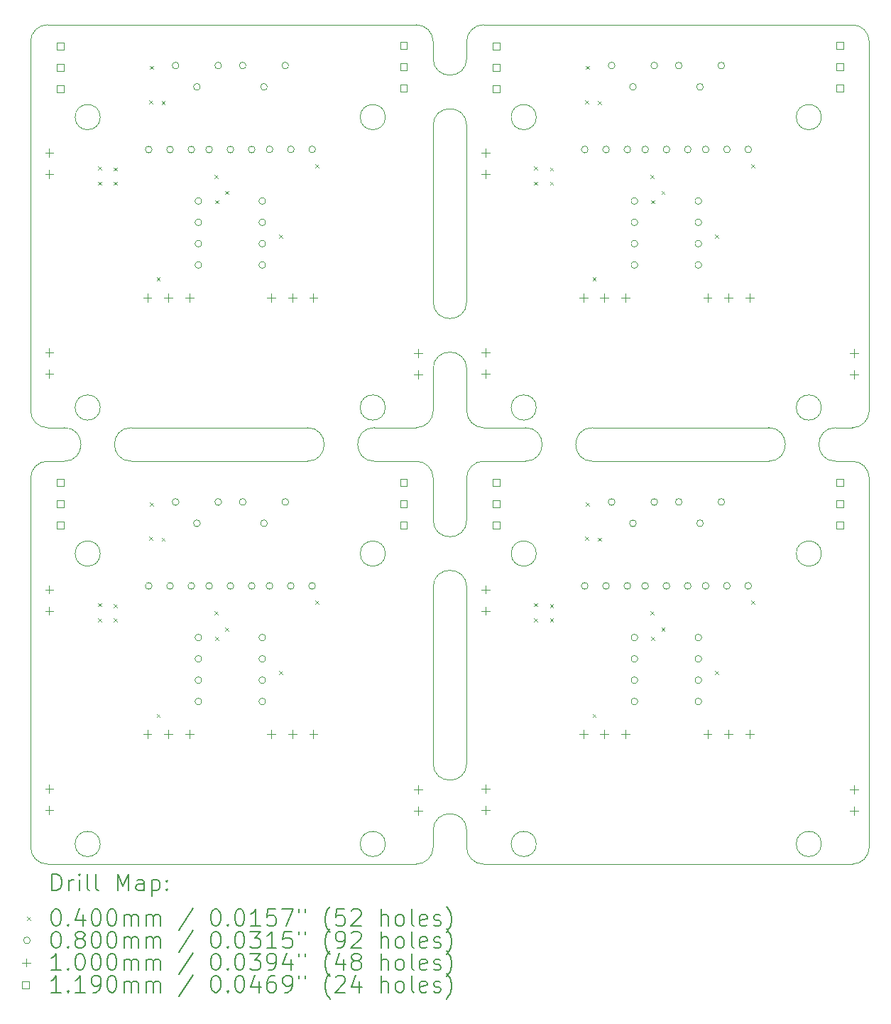
<source format=gbr>
%TF.GenerationSoftware,KiCad,Pcbnew,7.0.7-7.0.7~ubuntu22.04.1*%
%TF.CreationDate,2023-09-26T14:07:11+13:00*%
%TF.ProjectId,VCA,5643412e-6b69-4636-9164-5f7063625858,rev?*%
%TF.SameCoordinates,Original*%
%TF.FileFunction,Drillmap*%
%TF.FilePolarity,Positive*%
%FSLAX45Y45*%
G04 Gerber Fmt 4.5, Leading zero omitted, Abs format (unit mm)*
G04 Created by KiCad (PCBNEW 7.0.7-7.0.7~ubuntu22.04.1) date 2023-09-26 14:07:11*
%MOMM*%
%LPD*%
G01*
G04 APERTURE LIST*
%ADD10C,0.100000*%
%ADD11C,0.200000*%
%ADD12C,0.040000*%
%ADD13C,0.080000*%
%ADD14C,0.119000*%
G04 APERTURE END LIST*
D10*
X17500000Y-9800000D02*
X17300000Y-9800000D01*
X12500000Y-9600000D02*
X12500000Y-9100000D01*
X12900000Y-11700000D02*
G75*
G03*
X12500000Y-11700000I-200000J0D01*
G01*
X12900000Y-13800000D02*
X12900000Y-11700000D01*
X12900000Y-9600000D02*
X12900000Y-9100000D01*
X8100000Y-10200000D02*
G75*
G03*
X8100000Y-9800000I0J200000D01*
G01*
X12500000Y-13800000D02*
G75*
G03*
X12900000Y-13800000I200000J0D01*
G01*
X17500000Y-15000000D02*
G75*
G03*
X17700000Y-14800000I0J200000D01*
G01*
X7900000Y-15000000D02*
X12300000Y-15000000D01*
X13100000Y-15000000D02*
X17500000Y-15000000D01*
X7700000Y-14800000D02*
X7700000Y-10400000D01*
X12300000Y-9800000D02*
X11800000Y-9800000D01*
X13730000Y-14760000D02*
G75*
G03*
X13730000Y-14760000I-150000J0D01*
G01*
X7900000Y-5000000D02*
G75*
G03*
X7700000Y-5200000I0J-200000D01*
G01*
X12900000Y-14600000D02*
G75*
G03*
X12500000Y-14600000I-200000J0D01*
G01*
X8900000Y-9800000D02*
G75*
G03*
X8900000Y-10200000I0J-200000D01*
G01*
X11000000Y-10200000D02*
G75*
G03*
X11000000Y-9800000I0J200000D01*
G01*
X17500000Y-10200000D02*
X17300000Y-10200000D01*
X13100000Y-10200000D02*
X13600000Y-10200000D01*
X12500000Y-10400000D02*
X12500000Y-10900000D01*
X13100000Y-5000000D02*
X17500000Y-5000000D01*
X13730000Y-11300000D02*
G75*
G03*
X13730000Y-11300000I-150000J0D01*
G01*
X8900000Y-10200000D02*
X11000000Y-10200000D01*
X12500000Y-8300000D02*
G75*
G03*
X12900000Y-8300000I200000J0D01*
G01*
X12500000Y-5200000D02*
X12500000Y-5400000D01*
X12900000Y-8300000D02*
X12900000Y-6200000D01*
X11930000Y-14760000D02*
G75*
G03*
X11930000Y-14760000I-150000J0D01*
G01*
X12300000Y-9800000D02*
G75*
G03*
X12500000Y-9600000I0J200000D01*
G01*
X14400000Y-10200000D02*
X16500000Y-10200000D01*
X13730000Y-6100000D02*
G75*
G03*
X13730000Y-6100000I-150000J0D01*
G01*
X16500000Y-10200000D02*
G75*
G03*
X16500000Y-9800000I0J200000D01*
G01*
X12900000Y-9100000D02*
G75*
G03*
X12500000Y-9100000I-200000J0D01*
G01*
X17130000Y-6100000D02*
G75*
G03*
X17130000Y-6100000I-150000J0D01*
G01*
X7900000Y-5000000D02*
X12300000Y-5000000D01*
X12500000Y-10900000D02*
G75*
G03*
X12900000Y-10900000I200000J0D01*
G01*
X12500000Y-5200000D02*
G75*
G03*
X12300000Y-5000000I-200000J0D01*
G01*
X11930000Y-9560000D02*
G75*
G03*
X11930000Y-9560000I-150000J0D01*
G01*
X12900000Y-14800000D02*
X12900000Y-14600000D01*
X13730000Y-9560000D02*
G75*
G03*
X13730000Y-9560000I-150000J0D01*
G01*
X12500000Y-5400000D02*
G75*
G03*
X12900000Y-5400000I200000J0D01*
G01*
X11800000Y-9800000D02*
G75*
G03*
X11800000Y-10200000I0J-200000D01*
G01*
X12900000Y-5200000D02*
X12900000Y-5400000D01*
X12300000Y-10200000D02*
X11800000Y-10200000D01*
X17500000Y-9800000D02*
G75*
G03*
X17700000Y-9600000I0J200000D01*
G01*
X12500000Y-10400000D02*
G75*
G03*
X12300000Y-10200000I-200000J0D01*
G01*
X16500000Y-9800000D02*
X14400000Y-9800000D01*
X13600000Y-10200000D02*
G75*
G03*
X13600000Y-9800000I0J200000D01*
G01*
X11930000Y-11300000D02*
G75*
G03*
X11930000Y-11300000I-150000J0D01*
G01*
X17700000Y-5200000D02*
G75*
G03*
X17500000Y-5000000I-200000J0D01*
G01*
X13100000Y-9800000D02*
X13600000Y-9800000D01*
X13100000Y-10200000D02*
G75*
G03*
X12900000Y-10400000I0J-200000D01*
G01*
X12500000Y-14800000D02*
X12500000Y-14600000D01*
X7900000Y-10200000D02*
G75*
G03*
X7700000Y-10400000I0J-200000D01*
G01*
X12900000Y-10400000D02*
X12900000Y-10900000D01*
X12500000Y-6200000D02*
X12500000Y-8300000D01*
X7700000Y-9600000D02*
X7700000Y-5200000D01*
X12300000Y-15000000D02*
G75*
G03*
X12500000Y-14800000I0J200000D01*
G01*
X13100000Y-5000000D02*
G75*
G03*
X12900000Y-5200000I0J-200000D01*
G01*
X17700000Y-10400000D02*
X17700000Y-14800000D01*
X12900000Y-6200000D02*
G75*
G03*
X12500000Y-6200000I-200000J0D01*
G01*
X12900000Y-9600000D02*
G75*
G03*
X13100000Y-9800000I200000J0D01*
G01*
X17130000Y-11300000D02*
G75*
G03*
X17130000Y-11300000I-150000J0D01*
G01*
X12900000Y-14800000D02*
G75*
G03*
X13100000Y-15000000I200000J0D01*
G01*
X11000000Y-9800000D02*
X8900000Y-9800000D01*
X8530000Y-9560000D02*
G75*
G03*
X8530000Y-9560000I-150000J0D01*
G01*
X17700000Y-5200000D02*
X17700000Y-9600000D01*
X17130000Y-9560000D02*
G75*
G03*
X17130000Y-9560000I-150000J0D01*
G01*
X11930000Y-6100000D02*
G75*
G03*
X11930000Y-6100000I-150000J0D01*
G01*
X17300000Y-9800000D02*
G75*
G03*
X17300000Y-10200000I0J-200000D01*
G01*
X12500000Y-11700000D02*
X12500000Y-13800000D01*
X17130000Y-14760000D02*
G75*
G03*
X17130000Y-14760000I-150000J0D01*
G01*
X8530000Y-11300000D02*
G75*
G03*
X8530000Y-11300000I-150000J0D01*
G01*
X7900000Y-9800000D02*
X8100000Y-9800000D01*
X8530000Y-14760000D02*
G75*
G03*
X8530000Y-14760000I-150000J0D01*
G01*
X7700000Y-9600000D02*
G75*
G03*
X7900000Y-9800000I200000J0D01*
G01*
X7900000Y-10200000D02*
X8100000Y-10200000D01*
X7700000Y-14800000D02*
G75*
G03*
X7900000Y-15000000I200000J0D01*
G01*
X17700000Y-10400000D02*
G75*
G03*
X17500000Y-10200000I-200000J0D01*
G01*
X8530000Y-6100000D02*
G75*
G03*
X8530000Y-6100000I-150000J0D01*
G01*
X14400000Y-9800000D02*
G75*
G03*
X14400000Y-10200000I0J-200000D01*
G01*
D11*
D12*
X8502000Y-12070000D02*
X8542000Y-12110000D01*
X8542000Y-12070000D02*
X8502000Y-12110000D01*
X8502000Y-6870000D02*
X8542000Y-6910000D01*
X8542000Y-6870000D02*
X8502000Y-6910000D01*
X8502500Y-11890000D02*
X8542500Y-11930000D01*
X8542500Y-11890000D02*
X8502500Y-11930000D01*
X8502500Y-6690000D02*
X8542500Y-6730000D01*
X8542500Y-6690000D02*
X8502500Y-6730000D01*
X8692000Y-11900000D02*
X8732000Y-11940000D01*
X8732000Y-11900000D02*
X8692000Y-11940000D01*
X8692000Y-12070000D02*
X8732000Y-12110000D01*
X8732000Y-12070000D02*
X8692000Y-12110000D01*
X8692000Y-6700000D02*
X8732000Y-6740000D01*
X8732000Y-6700000D02*
X8692000Y-6740000D01*
X8692000Y-6870000D02*
X8732000Y-6910000D01*
X8732000Y-6870000D02*
X8692000Y-6910000D01*
X9112000Y-11100000D02*
X9152000Y-11140000D01*
X9152000Y-11100000D02*
X9112000Y-11140000D01*
X9112000Y-5900000D02*
X9152000Y-5940000D01*
X9152000Y-5900000D02*
X9112000Y-5940000D01*
X9122000Y-10690000D02*
X9162000Y-10730000D01*
X9162000Y-10690000D02*
X9122000Y-10730000D01*
X9122000Y-5490000D02*
X9162000Y-5530000D01*
X9162000Y-5490000D02*
X9122000Y-5530000D01*
X9202000Y-13210000D02*
X9242000Y-13250000D01*
X9242000Y-13210000D02*
X9202000Y-13250000D01*
X9202000Y-8010000D02*
X9242000Y-8050000D01*
X9242000Y-8010000D02*
X9202000Y-8050000D01*
X9262000Y-11110000D02*
X9302000Y-11150000D01*
X9302000Y-11110000D02*
X9262000Y-11150000D01*
X9262000Y-5910000D02*
X9302000Y-5950000D01*
X9302000Y-5910000D02*
X9262000Y-5950000D01*
X9892000Y-11990000D02*
X9932000Y-12030000D01*
X9932000Y-11990000D02*
X9892000Y-12030000D01*
X9892000Y-6790000D02*
X9932000Y-6830000D01*
X9932000Y-6790000D02*
X9892000Y-6830000D01*
X9902000Y-12290000D02*
X9942000Y-12330000D01*
X9942000Y-12290000D02*
X9902000Y-12330000D01*
X9902000Y-7090000D02*
X9942000Y-7130000D01*
X9942000Y-7090000D02*
X9902000Y-7130000D01*
X10022000Y-12179950D02*
X10062000Y-12219950D01*
X10062000Y-12179950D02*
X10022000Y-12219950D01*
X10022000Y-6979950D02*
X10062000Y-7019950D01*
X10062000Y-6979950D02*
X10022000Y-7019950D01*
X10662000Y-12700000D02*
X10702000Y-12740000D01*
X10702000Y-12700000D02*
X10662000Y-12740000D01*
X10662000Y-7500000D02*
X10702000Y-7540000D01*
X10702000Y-7500000D02*
X10662000Y-7540000D01*
X11092000Y-11860000D02*
X11132000Y-11900000D01*
X11132000Y-11860000D02*
X11092000Y-11900000D01*
X11092000Y-6660000D02*
X11132000Y-6700000D01*
X11132000Y-6660000D02*
X11092000Y-6700000D01*
X13702000Y-6870000D02*
X13742000Y-6910000D01*
X13742000Y-6870000D02*
X13702000Y-6910000D01*
X13702000Y-12070000D02*
X13742000Y-12110000D01*
X13742000Y-12070000D02*
X13702000Y-12110000D01*
X13702500Y-6690000D02*
X13742500Y-6730000D01*
X13742500Y-6690000D02*
X13702500Y-6730000D01*
X13702500Y-11890000D02*
X13742500Y-11930000D01*
X13742500Y-11890000D02*
X13702500Y-11930000D01*
X13892000Y-6700000D02*
X13932000Y-6740000D01*
X13932000Y-6700000D02*
X13892000Y-6740000D01*
X13892000Y-6870000D02*
X13932000Y-6910000D01*
X13932000Y-6870000D02*
X13892000Y-6910000D01*
X13892000Y-11900000D02*
X13932000Y-11940000D01*
X13932000Y-11900000D02*
X13892000Y-11940000D01*
X13892000Y-12070000D02*
X13932000Y-12110000D01*
X13932000Y-12070000D02*
X13892000Y-12110000D01*
X14312000Y-5900000D02*
X14352000Y-5940000D01*
X14352000Y-5900000D02*
X14312000Y-5940000D01*
X14312000Y-11100000D02*
X14352000Y-11140000D01*
X14352000Y-11100000D02*
X14312000Y-11140000D01*
X14322000Y-5490000D02*
X14362000Y-5530000D01*
X14362000Y-5490000D02*
X14322000Y-5530000D01*
X14322000Y-10690000D02*
X14362000Y-10730000D01*
X14362000Y-10690000D02*
X14322000Y-10730000D01*
X14402000Y-8010000D02*
X14442000Y-8050000D01*
X14442000Y-8010000D02*
X14402000Y-8050000D01*
X14402000Y-13210000D02*
X14442000Y-13250000D01*
X14442000Y-13210000D02*
X14402000Y-13250000D01*
X14462000Y-5910000D02*
X14502000Y-5950000D01*
X14502000Y-5910000D02*
X14462000Y-5950000D01*
X14462000Y-11110000D02*
X14502000Y-11150000D01*
X14502000Y-11110000D02*
X14462000Y-11150000D01*
X15092000Y-6790000D02*
X15132000Y-6830000D01*
X15132000Y-6790000D02*
X15092000Y-6830000D01*
X15092000Y-11990000D02*
X15132000Y-12030000D01*
X15132000Y-11990000D02*
X15092000Y-12030000D01*
X15102000Y-7090000D02*
X15142000Y-7130000D01*
X15142000Y-7090000D02*
X15102000Y-7130000D01*
X15102000Y-12290000D02*
X15142000Y-12330000D01*
X15142000Y-12290000D02*
X15102000Y-12330000D01*
X15222000Y-6979950D02*
X15262000Y-7019950D01*
X15262000Y-6979950D02*
X15222000Y-7019950D01*
X15222000Y-12179950D02*
X15262000Y-12219950D01*
X15262000Y-12179950D02*
X15222000Y-12219950D01*
X15862000Y-7500000D02*
X15902000Y-7540000D01*
X15902000Y-7500000D02*
X15862000Y-7540000D01*
X15862000Y-12700000D02*
X15902000Y-12740000D01*
X15902000Y-12700000D02*
X15862000Y-12740000D01*
X16292000Y-6660000D02*
X16332000Y-6700000D01*
X16332000Y-6660000D02*
X16292000Y-6700000D01*
X16292000Y-11860000D02*
X16332000Y-11900000D01*
X16332000Y-11860000D02*
X16292000Y-11900000D01*
D13*
X9148000Y-11686000D02*
G75*
G03*
X9148000Y-11686000I-40000J0D01*
G01*
X9148000Y-6486000D02*
G75*
G03*
X9148000Y-6486000I-40000J0D01*
G01*
X9402000Y-11686000D02*
G75*
G03*
X9402000Y-11686000I-40000J0D01*
G01*
X9402000Y-6486000D02*
G75*
G03*
X9402000Y-6486000I-40000J0D01*
G01*
X9468500Y-10685500D02*
G75*
G03*
X9468500Y-10685500I-40000J0D01*
G01*
X9468500Y-5485500D02*
G75*
G03*
X9468500Y-5485500I-40000J0D01*
G01*
X9656000Y-11686000D02*
G75*
G03*
X9656000Y-11686000I-40000J0D01*
G01*
X9656000Y-6486000D02*
G75*
G03*
X9656000Y-6486000I-40000J0D01*
G01*
X9722500Y-10939500D02*
G75*
G03*
X9722500Y-10939500I-40000J0D01*
G01*
X9722500Y-5739500D02*
G75*
G03*
X9722500Y-5739500I-40000J0D01*
G01*
X9740000Y-12300000D02*
G75*
G03*
X9740000Y-12300000I-40000J0D01*
G01*
X9740000Y-12554000D02*
G75*
G03*
X9740000Y-12554000I-40000J0D01*
G01*
X9740000Y-12808000D02*
G75*
G03*
X9740000Y-12808000I-40000J0D01*
G01*
X9740000Y-13062000D02*
G75*
G03*
X9740000Y-13062000I-40000J0D01*
G01*
X9740000Y-7100000D02*
G75*
G03*
X9740000Y-7100000I-40000J0D01*
G01*
X9740000Y-7354000D02*
G75*
G03*
X9740000Y-7354000I-40000J0D01*
G01*
X9740000Y-7608000D02*
G75*
G03*
X9740000Y-7608000I-40000J0D01*
G01*
X9740000Y-7862000D02*
G75*
G03*
X9740000Y-7862000I-40000J0D01*
G01*
X9868000Y-11686000D02*
G75*
G03*
X9868000Y-11686000I-40000J0D01*
G01*
X9868000Y-6486000D02*
G75*
G03*
X9868000Y-6486000I-40000J0D01*
G01*
X9976500Y-10685500D02*
G75*
G03*
X9976500Y-10685500I-40000J0D01*
G01*
X9976500Y-5485500D02*
G75*
G03*
X9976500Y-5485500I-40000J0D01*
G01*
X10122000Y-11686000D02*
G75*
G03*
X10122000Y-11686000I-40000J0D01*
G01*
X10122000Y-6486000D02*
G75*
G03*
X10122000Y-6486000I-40000J0D01*
G01*
X10268500Y-10685500D02*
G75*
G03*
X10268500Y-10685500I-40000J0D01*
G01*
X10268500Y-5485500D02*
G75*
G03*
X10268500Y-5485500I-40000J0D01*
G01*
X10376000Y-11686000D02*
G75*
G03*
X10376000Y-11686000I-40000J0D01*
G01*
X10376000Y-6486000D02*
G75*
G03*
X10376000Y-6486000I-40000J0D01*
G01*
X10502000Y-12300000D02*
G75*
G03*
X10502000Y-12300000I-40000J0D01*
G01*
X10502000Y-12554000D02*
G75*
G03*
X10502000Y-12554000I-40000J0D01*
G01*
X10502000Y-12808000D02*
G75*
G03*
X10502000Y-12808000I-40000J0D01*
G01*
X10502000Y-13062000D02*
G75*
G03*
X10502000Y-13062000I-40000J0D01*
G01*
X10502000Y-7100000D02*
G75*
G03*
X10502000Y-7100000I-40000J0D01*
G01*
X10502000Y-7354000D02*
G75*
G03*
X10502000Y-7354000I-40000J0D01*
G01*
X10502000Y-7608000D02*
G75*
G03*
X10502000Y-7608000I-40000J0D01*
G01*
X10502000Y-7862000D02*
G75*
G03*
X10502000Y-7862000I-40000J0D01*
G01*
X10522500Y-10939500D02*
G75*
G03*
X10522500Y-10939500I-40000J0D01*
G01*
X10522500Y-5739500D02*
G75*
G03*
X10522500Y-5739500I-40000J0D01*
G01*
X10589000Y-11685000D02*
G75*
G03*
X10589000Y-11685000I-40000J0D01*
G01*
X10589000Y-6485000D02*
G75*
G03*
X10589000Y-6485000I-40000J0D01*
G01*
X10776500Y-10685500D02*
G75*
G03*
X10776500Y-10685500I-40000J0D01*
G01*
X10776500Y-5485500D02*
G75*
G03*
X10776500Y-5485500I-40000J0D01*
G01*
X10843000Y-11685000D02*
G75*
G03*
X10843000Y-11685000I-40000J0D01*
G01*
X10843000Y-6485000D02*
G75*
G03*
X10843000Y-6485000I-40000J0D01*
G01*
X11097000Y-11685000D02*
G75*
G03*
X11097000Y-11685000I-40000J0D01*
G01*
X11097000Y-6485000D02*
G75*
G03*
X11097000Y-6485000I-40000J0D01*
G01*
X14348000Y-6486000D02*
G75*
G03*
X14348000Y-6486000I-40000J0D01*
G01*
X14348000Y-11686000D02*
G75*
G03*
X14348000Y-11686000I-40000J0D01*
G01*
X14602000Y-6486000D02*
G75*
G03*
X14602000Y-6486000I-40000J0D01*
G01*
X14602000Y-11686000D02*
G75*
G03*
X14602000Y-11686000I-40000J0D01*
G01*
X14668500Y-5485500D02*
G75*
G03*
X14668500Y-5485500I-40000J0D01*
G01*
X14668500Y-10685500D02*
G75*
G03*
X14668500Y-10685500I-40000J0D01*
G01*
X14856000Y-6486000D02*
G75*
G03*
X14856000Y-6486000I-40000J0D01*
G01*
X14856000Y-11686000D02*
G75*
G03*
X14856000Y-11686000I-40000J0D01*
G01*
X14922500Y-5739500D02*
G75*
G03*
X14922500Y-5739500I-40000J0D01*
G01*
X14922500Y-10939500D02*
G75*
G03*
X14922500Y-10939500I-40000J0D01*
G01*
X14940000Y-7100000D02*
G75*
G03*
X14940000Y-7100000I-40000J0D01*
G01*
X14940000Y-7354000D02*
G75*
G03*
X14940000Y-7354000I-40000J0D01*
G01*
X14940000Y-7608000D02*
G75*
G03*
X14940000Y-7608000I-40000J0D01*
G01*
X14940000Y-7862000D02*
G75*
G03*
X14940000Y-7862000I-40000J0D01*
G01*
X14940000Y-12300000D02*
G75*
G03*
X14940000Y-12300000I-40000J0D01*
G01*
X14940000Y-12554000D02*
G75*
G03*
X14940000Y-12554000I-40000J0D01*
G01*
X14940000Y-12808000D02*
G75*
G03*
X14940000Y-12808000I-40000J0D01*
G01*
X14940000Y-13062000D02*
G75*
G03*
X14940000Y-13062000I-40000J0D01*
G01*
X15068000Y-6486000D02*
G75*
G03*
X15068000Y-6486000I-40000J0D01*
G01*
X15068000Y-11686000D02*
G75*
G03*
X15068000Y-11686000I-40000J0D01*
G01*
X15176500Y-5485500D02*
G75*
G03*
X15176500Y-5485500I-40000J0D01*
G01*
X15176500Y-10685500D02*
G75*
G03*
X15176500Y-10685500I-40000J0D01*
G01*
X15322000Y-6486000D02*
G75*
G03*
X15322000Y-6486000I-40000J0D01*
G01*
X15322000Y-11686000D02*
G75*
G03*
X15322000Y-11686000I-40000J0D01*
G01*
X15468500Y-5485500D02*
G75*
G03*
X15468500Y-5485500I-40000J0D01*
G01*
X15468500Y-10685500D02*
G75*
G03*
X15468500Y-10685500I-40000J0D01*
G01*
X15576000Y-6486000D02*
G75*
G03*
X15576000Y-6486000I-40000J0D01*
G01*
X15576000Y-11686000D02*
G75*
G03*
X15576000Y-11686000I-40000J0D01*
G01*
X15702000Y-7100000D02*
G75*
G03*
X15702000Y-7100000I-40000J0D01*
G01*
X15702000Y-7354000D02*
G75*
G03*
X15702000Y-7354000I-40000J0D01*
G01*
X15702000Y-7608000D02*
G75*
G03*
X15702000Y-7608000I-40000J0D01*
G01*
X15702000Y-7862000D02*
G75*
G03*
X15702000Y-7862000I-40000J0D01*
G01*
X15702000Y-12300000D02*
G75*
G03*
X15702000Y-12300000I-40000J0D01*
G01*
X15702000Y-12554000D02*
G75*
G03*
X15702000Y-12554000I-40000J0D01*
G01*
X15702000Y-12808000D02*
G75*
G03*
X15702000Y-12808000I-40000J0D01*
G01*
X15702000Y-13062000D02*
G75*
G03*
X15702000Y-13062000I-40000J0D01*
G01*
X15722500Y-5739500D02*
G75*
G03*
X15722500Y-5739500I-40000J0D01*
G01*
X15722500Y-10939500D02*
G75*
G03*
X15722500Y-10939500I-40000J0D01*
G01*
X15789000Y-6485000D02*
G75*
G03*
X15789000Y-6485000I-40000J0D01*
G01*
X15789000Y-11685000D02*
G75*
G03*
X15789000Y-11685000I-40000J0D01*
G01*
X15976500Y-5485500D02*
G75*
G03*
X15976500Y-5485500I-40000J0D01*
G01*
X15976500Y-10685500D02*
G75*
G03*
X15976500Y-10685500I-40000J0D01*
G01*
X16043000Y-6485000D02*
G75*
G03*
X16043000Y-6485000I-40000J0D01*
G01*
X16043000Y-11685000D02*
G75*
G03*
X16043000Y-11685000I-40000J0D01*
G01*
X16297000Y-6485000D02*
G75*
G03*
X16297000Y-6485000I-40000J0D01*
G01*
X16297000Y-11685000D02*
G75*
G03*
X16297000Y-11685000I-40000J0D01*
G01*
D10*
X7922294Y-11678000D02*
X7922294Y-11778000D01*
X7872294Y-11728000D02*
X7972294Y-11728000D01*
X7922294Y-11932000D02*
X7922294Y-12032000D01*
X7872294Y-11982000D02*
X7972294Y-11982000D01*
X7922294Y-14056000D02*
X7922294Y-14156000D01*
X7872294Y-14106000D02*
X7972294Y-14106000D01*
X7922294Y-14310000D02*
X7922294Y-14410000D01*
X7872294Y-14360000D02*
X7972294Y-14360000D01*
X7922294Y-6478000D02*
X7922294Y-6578000D01*
X7872294Y-6528000D02*
X7972294Y-6528000D01*
X7922294Y-6732000D02*
X7922294Y-6832000D01*
X7872294Y-6782000D02*
X7972294Y-6782000D01*
X7922294Y-8856000D02*
X7922294Y-8956000D01*
X7872294Y-8906000D02*
X7972294Y-8906000D01*
X7922294Y-9110000D02*
X7922294Y-9210000D01*
X7872294Y-9160000D02*
X7972294Y-9160000D01*
X9092000Y-13400000D02*
X9092000Y-13500000D01*
X9042000Y-13450000D02*
X9142000Y-13450000D01*
X9092000Y-8200000D02*
X9092000Y-8300000D01*
X9042000Y-8250000D02*
X9142000Y-8250000D01*
X9342000Y-13400000D02*
X9342000Y-13500000D01*
X9292000Y-13450000D02*
X9392000Y-13450000D01*
X9342000Y-8200000D02*
X9342000Y-8300000D01*
X9292000Y-8250000D02*
X9392000Y-8250000D01*
X9592000Y-13400000D02*
X9592000Y-13500000D01*
X9542000Y-13450000D02*
X9642000Y-13450000D01*
X9592000Y-8200000D02*
X9592000Y-8300000D01*
X9542000Y-8250000D02*
X9642000Y-8250000D01*
X10572000Y-13400000D02*
X10572000Y-13500000D01*
X10522000Y-13450000D02*
X10622000Y-13450000D01*
X10572000Y-8200000D02*
X10572000Y-8300000D01*
X10522000Y-8250000D02*
X10622000Y-8250000D01*
X10822000Y-13400000D02*
X10822000Y-13500000D01*
X10772000Y-13450000D02*
X10872000Y-13450000D01*
X10822000Y-8200000D02*
X10822000Y-8300000D01*
X10772000Y-8250000D02*
X10872000Y-8250000D01*
X11072000Y-13400000D02*
X11072000Y-13500000D01*
X11022000Y-13450000D02*
X11122000Y-13450000D01*
X11072000Y-8200000D02*
X11072000Y-8300000D01*
X11022000Y-8250000D02*
X11122000Y-8250000D01*
X12320000Y-14063500D02*
X12320000Y-14163500D01*
X12270000Y-14113500D02*
X12370000Y-14113500D01*
X12320000Y-14317500D02*
X12320000Y-14417500D01*
X12270000Y-14367500D02*
X12370000Y-14367500D01*
X12320000Y-8863500D02*
X12320000Y-8963500D01*
X12270000Y-8913500D02*
X12370000Y-8913500D01*
X12320000Y-9117500D02*
X12320000Y-9217500D01*
X12270000Y-9167500D02*
X12370000Y-9167500D01*
X13122294Y-6478000D02*
X13122294Y-6578000D01*
X13072294Y-6528000D02*
X13172294Y-6528000D01*
X13122294Y-6732000D02*
X13122294Y-6832000D01*
X13072294Y-6782000D02*
X13172294Y-6782000D01*
X13122294Y-8856000D02*
X13122294Y-8956000D01*
X13072294Y-8906000D02*
X13172294Y-8906000D01*
X13122294Y-9110000D02*
X13122294Y-9210000D01*
X13072294Y-9160000D02*
X13172294Y-9160000D01*
X13122294Y-11678000D02*
X13122294Y-11778000D01*
X13072294Y-11728000D02*
X13172294Y-11728000D01*
X13122294Y-11932000D02*
X13122294Y-12032000D01*
X13072294Y-11982000D02*
X13172294Y-11982000D01*
X13122294Y-14056000D02*
X13122294Y-14156000D01*
X13072294Y-14106000D02*
X13172294Y-14106000D01*
X13122294Y-14310000D02*
X13122294Y-14410000D01*
X13072294Y-14360000D02*
X13172294Y-14360000D01*
X14292000Y-8200000D02*
X14292000Y-8300000D01*
X14242000Y-8250000D02*
X14342000Y-8250000D01*
X14292000Y-13400000D02*
X14292000Y-13500000D01*
X14242000Y-13450000D02*
X14342000Y-13450000D01*
X14542000Y-8200000D02*
X14542000Y-8300000D01*
X14492000Y-8250000D02*
X14592000Y-8250000D01*
X14542000Y-13400000D02*
X14542000Y-13500000D01*
X14492000Y-13450000D02*
X14592000Y-13450000D01*
X14792000Y-8200000D02*
X14792000Y-8300000D01*
X14742000Y-8250000D02*
X14842000Y-8250000D01*
X14792000Y-13400000D02*
X14792000Y-13500000D01*
X14742000Y-13450000D02*
X14842000Y-13450000D01*
X15772000Y-8200000D02*
X15772000Y-8300000D01*
X15722000Y-8250000D02*
X15822000Y-8250000D01*
X15772000Y-13400000D02*
X15772000Y-13500000D01*
X15722000Y-13450000D02*
X15822000Y-13450000D01*
X16022000Y-8200000D02*
X16022000Y-8300000D01*
X15972000Y-8250000D02*
X16072000Y-8250000D01*
X16022000Y-13400000D02*
X16022000Y-13500000D01*
X15972000Y-13450000D02*
X16072000Y-13450000D01*
X16272000Y-8200000D02*
X16272000Y-8300000D01*
X16222000Y-8250000D02*
X16322000Y-8250000D01*
X16272000Y-13400000D02*
X16272000Y-13500000D01*
X16222000Y-13450000D02*
X16322000Y-13450000D01*
X17520000Y-8863500D02*
X17520000Y-8963500D01*
X17470000Y-8913500D02*
X17570000Y-8913500D01*
X17520000Y-9117500D02*
X17520000Y-9217500D01*
X17470000Y-9167500D02*
X17570000Y-9167500D01*
X17520000Y-14063500D02*
X17520000Y-14163500D01*
X17470000Y-14113500D02*
X17570000Y-14113500D01*
X17520000Y-14317500D02*
X17520000Y-14417500D01*
X17470000Y-14367500D02*
X17570000Y-14367500D01*
D14*
X8094073Y-10494073D02*
X8094073Y-10409927D01*
X8009927Y-10409927D01*
X8009927Y-10494073D01*
X8094073Y-10494073D01*
X8094073Y-10748073D02*
X8094073Y-10663927D01*
X8009927Y-10663927D01*
X8009927Y-10748073D01*
X8094073Y-10748073D01*
X8094073Y-11002073D02*
X8094073Y-10917927D01*
X8009927Y-10917927D01*
X8009927Y-11002073D01*
X8094073Y-11002073D01*
X8094073Y-5294073D02*
X8094073Y-5209927D01*
X8009927Y-5209927D01*
X8009927Y-5294073D01*
X8094073Y-5294073D01*
X8094073Y-5548073D02*
X8094073Y-5463927D01*
X8009927Y-5463927D01*
X8009927Y-5548073D01*
X8094073Y-5548073D01*
X8094073Y-5802073D02*
X8094073Y-5717927D01*
X8009927Y-5717927D01*
X8009927Y-5802073D01*
X8094073Y-5802073D01*
X12190073Y-10492073D02*
X12190073Y-10407927D01*
X12105927Y-10407927D01*
X12105927Y-10492073D01*
X12190073Y-10492073D01*
X12190073Y-10746073D02*
X12190073Y-10661927D01*
X12105927Y-10661927D01*
X12105927Y-10746073D01*
X12190073Y-10746073D01*
X12190073Y-11000073D02*
X12190073Y-10915927D01*
X12105927Y-10915927D01*
X12105927Y-11000073D01*
X12190073Y-11000073D01*
X12190073Y-5292073D02*
X12190073Y-5207927D01*
X12105927Y-5207927D01*
X12105927Y-5292073D01*
X12190073Y-5292073D01*
X12190073Y-5546073D02*
X12190073Y-5461927D01*
X12105927Y-5461927D01*
X12105927Y-5546073D01*
X12190073Y-5546073D01*
X12190073Y-5800073D02*
X12190073Y-5715927D01*
X12105927Y-5715927D01*
X12105927Y-5800073D01*
X12190073Y-5800073D01*
X13294073Y-5294073D02*
X13294073Y-5209927D01*
X13209927Y-5209927D01*
X13209927Y-5294073D01*
X13294073Y-5294073D01*
X13294073Y-5548073D02*
X13294073Y-5463927D01*
X13209927Y-5463927D01*
X13209927Y-5548073D01*
X13294073Y-5548073D01*
X13294073Y-5802073D02*
X13294073Y-5717927D01*
X13209927Y-5717927D01*
X13209927Y-5802073D01*
X13294073Y-5802073D01*
X13294073Y-10494073D02*
X13294073Y-10409927D01*
X13209927Y-10409927D01*
X13209927Y-10494073D01*
X13294073Y-10494073D01*
X13294073Y-10748073D02*
X13294073Y-10663927D01*
X13209927Y-10663927D01*
X13209927Y-10748073D01*
X13294073Y-10748073D01*
X13294073Y-11002073D02*
X13294073Y-10917927D01*
X13209927Y-10917927D01*
X13209927Y-11002073D01*
X13294073Y-11002073D01*
X17390073Y-5292073D02*
X17390073Y-5207927D01*
X17305927Y-5207927D01*
X17305927Y-5292073D01*
X17390073Y-5292073D01*
X17390073Y-5546073D02*
X17390073Y-5461927D01*
X17305927Y-5461927D01*
X17305927Y-5546073D01*
X17390073Y-5546073D01*
X17390073Y-5800073D02*
X17390073Y-5715927D01*
X17305927Y-5715927D01*
X17305927Y-5800073D01*
X17390073Y-5800073D01*
X17390073Y-10492073D02*
X17390073Y-10407927D01*
X17305927Y-10407927D01*
X17305927Y-10492073D01*
X17390073Y-10492073D01*
X17390073Y-10746073D02*
X17390073Y-10661927D01*
X17305927Y-10661927D01*
X17305927Y-10746073D01*
X17390073Y-10746073D01*
X17390073Y-11000073D02*
X17390073Y-10915927D01*
X17305927Y-10915927D01*
X17305927Y-11000073D01*
X17390073Y-11000073D01*
D11*
X7955777Y-15316484D02*
X7955777Y-15116484D01*
X7955777Y-15116484D02*
X8003396Y-15116484D01*
X8003396Y-15116484D02*
X8031967Y-15126008D01*
X8031967Y-15126008D02*
X8051015Y-15145055D01*
X8051015Y-15145055D02*
X8060539Y-15164103D01*
X8060539Y-15164103D02*
X8070062Y-15202198D01*
X8070062Y-15202198D02*
X8070062Y-15230769D01*
X8070062Y-15230769D02*
X8060539Y-15268865D01*
X8060539Y-15268865D02*
X8051015Y-15287912D01*
X8051015Y-15287912D02*
X8031967Y-15306960D01*
X8031967Y-15306960D02*
X8003396Y-15316484D01*
X8003396Y-15316484D02*
X7955777Y-15316484D01*
X8155777Y-15316484D02*
X8155777Y-15183150D01*
X8155777Y-15221246D02*
X8165300Y-15202198D01*
X8165300Y-15202198D02*
X8174824Y-15192674D01*
X8174824Y-15192674D02*
X8193872Y-15183150D01*
X8193872Y-15183150D02*
X8212920Y-15183150D01*
X8279586Y-15316484D02*
X8279586Y-15183150D01*
X8279586Y-15116484D02*
X8270062Y-15126008D01*
X8270062Y-15126008D02*
X8279586Y-15135531D01*
X8279586Y-15135531D02*
X8289110Y-15126008D01*
X8289110Y-15126008D02*
X8279586Y-15116484D01*
X8279586Y-15116484D02*
X8279586Y-15135531D01*
X8403396Y-15316484D02*
X8384348Y-15306960D01*
X8384348Y-15306960D02*
X8374824Y-15287912D01*
X8374824Y-15287912D02*
X8374824Y-15116484D01*
X8508158Y-15316484D02*
X8489110Y-15306960D01*
X8489110Y-15306960D02*
X8479586Y-15287912D01*
X8479586Y-15287912D02*
X8479586Y-15116484D01*
X8736729Y-15316484D02*
X8736729Y-15116484D01*
X8736729Y-15116484D02*
X8803396Y-15259341D01*
X8803396Y-15259341D02*
X8870062Y-15116484D01*
X8870062Y-15116484D02*
X8870062Y-15316484D01*
X9051015Y-15316484D02*
X9051015Y-15211722D01*
X9051015Y-15211722D02*
X9041491Y-15192674D01*
X9041491Y-15192674D02*
X9022443Y-15183150D01*
X9022443Y-15183150D02*
X8984348Y-15183150D01*
X8984348Y-15183150D02*
X8965301Y-15192674D01*
X9051015Y-15306960D02*
X9031967Y-15316484D01*
X9031967Y-15316484D02*
X8984348Y-15316484D01*
X8984348Y-15316484D02*
X8965301Y-15306960D01*
X8965301Y-15306960D02*
X8955777Y-15287912D01*
X8955777Y-15287912D02*
X8955777Y-15268865D01*
X8955777Y-15268865D02*
X8965301Y-15249817D01*
X8965301Y-15249817D02*
X8984348Y-15240293D01*
X8984348Y-15240293D02*
X9031967Y-15240293D01*
X9031967Y-15240293D02*
X9051015Y-15230769D01*
X9146253Y-15183150D02*
X9146253Y-15383150D01*
X9146253Y-15192674D02*
X9165301Y-15183150D01*
X9165301Y-15183150D02*
X9203396Y-15183150D01*
X9203396Y-15183150D02*
X9222443Y-15192674D01*
X9222443Y-15192674D02*
X9231967Y-15202198D01*
X9231967Y-15202198D02*
X9241491Y-15221246D01*
X9241491Y-15221246D02*
X9241491Y-15278388D01*
X9241491Y-15278388D02*
X9231967Y-15297436D01*
X9231967Y-15297436D02*
X9222443Y-15306960D01*
X9222443Y-15306960D02*
X9203396Y-15316484D01*
X9203396Y-15316484D02*
X9165301Y-15316484D01*
X9165301Y-15316484D02*
X9146253Y-15306960D01*
X9327205Y-15297436D02*
X9336729Y-15306960D01*
X9336729Y-15306960D02*
X9327205Y-15316484D01*
X9327205Y-15316484D02*
X9317682Y-15306960D01*
X9317682Y-15306960D02*
X9327205Y-15297436D01*
X9327205Y-15297436D02*
X9327205Y-15316484D01*
X9327205Y-15192674D02*
X9336729Y-15202198D01*
X9336729Y-15202198D02*
X9327205Y-15211722D01*
X9327205Y-15211722D02*
X9317682Y-15202198D01*
X9317682Y-15202198D02*
X9327205Y-15192674D01*
X9327205Y-15192674D02*
X9327205Y-15211722D01*
D12*
X7655000Y-15625000D02*
X7695000Y-15665000D01*
X7695000Y-15625000D02*
X7655000Y-15665000D01*
D11*
X7993872Y-15536484D02*
X8012920Y-15536484D01*
X8012920Y-15536484D02*
X8031967Y-15546008D01*
X8031967Y-15546008D02*
X8041491Y-15555531D01*
X8041491Y-15555531D02*
X8051015Y-15574579D01*
X8051015Y-15574579D02*
X8060539Y-15612674D01*
X8060539Y-15612674D02*
X8060539Y-15660293D01*
X8060539Y-15660293D02*
X8051015Y-15698388D01*
X8051015Y-15698388D02*
X8041491Y-15717436D01*
X8041491Y-15717436D02*
X8031967Y-15726960D01*
X8031967Y-15726960D02*
X8012920Y-15736484D01*
X8012920Y-15736484D02*
X7993872Y-15736484D01*
X7993872Y-15736484D02*
X7974824Y-15726960D01*
X7974824Y-15726960D02*
X7965300Y-15717436D01*
X7965300Y-15717436D02*
X7955777Y-15698388D01*
X7955777Y-15698388D02*
X7946253Y-15660293D01*
X7946253Y-15660293D02*
X7946253Y-15612674D01*
X7946253Y-15612674D02*
X7955777Y-15574579D01*
X7955777Y-15574579D02*
X7965300Y-15555531D01*
X7965300Y-15555531D02*
X7974824Y-15546008D01*
X7974824Y-15546008D02*
X7993872Y-15536484D01*
X8146253Y-15717436D02*
X8155777Y-15726960D01*
X8155777Y-15726960D02*
X8146253Y-15736484D01*
X8146253Y-15736484D02*
X8136729Y-15726960D01*
X8136729Y-15726960D02*
X8146253Y-15717436D01*
X8146253Y-15717436D02*
X8146253Y-15736484D01*
X8327205Y-15603150D02*
X8327205Y-15736484D01*
X8279586Y-15526960D02*
X8231967Y-15669817D01*
X8231967Y-15669817D02*
X8355777Y-15669817D01*
X8470062Y-15536484D02*
X8489110Y-15536484D01*
X8489110Y-15536484D02*
X8508158Y-15546008D01*
X8508158Y-15546008D02*
X8517682Y-15555531D01*
X8517682Y-15555531D02*
X8527205Y-15574579D01*
X8527205Y-15574579D02*
X8536729Y-15612674D01*
X8536729Y-15612674D02*
X8536729Y-15660293D01*
X8536729Y-15660293D02*
X8527205Y-15698388D01*
X8527205Y-15698388D02*
X8517682Y-15717436D01*
X8517682Y-15717436D02*
X8508158Y-15726960D01*
X8508158Y-15726960D02*
X8489110Y-15736484D01*
X8489110Y-15736484D02*
X8470062Y-15736484D01*
X8470062Y-15736484D02*
X8451015Y-15726960D01*
X8451015Y-15726960D02*
X8441491Y-15717436D01*
X8441491Y-15717436D02*
X8431967Y-15698388D01*
X8431967Y-15698388D02*
X8422443Y-15660293D01*
X8422443Y-15660293D02*
X8422443Y-15612674D01*
X8422443Y-15612674D02*
X8431967Y-15574579D01*
X8431967Y-15574579D02*
X8441491Y-15555531D01*
X8441491Y-15555531D02*
X8451015Y-15546008D01*
X8451015Y-15546008D02*
X8470062Y-15536484D01*
X8660539Y-15536484D02*
X8679586Y-15536484D01*
X8679586Y-15536484D02*
X8698634Y-15546008D01*
X8698634Y-15546008D02*
X8708158Y-15555531D01*
X8708158Y-15555531D02*
X8717682Y-15574579D01*
X8717682Y-15574579D02*
X8727205Y-15612674D01*
X8727205Y-15612674D02*
X8727205Y-15660293D01*
X8727205Y-15660293D02*
X8717682Y-15698388D01*
X8717682Y-15698388D02*
X8708158Y-15717436D01*
X8708158Y-15717436D02*
X8698634Y-15726960D01*
X8698634Y-15726960D02*
X8679586Y-15736484D01*
X8679586Y-15736484D02*
X8660539Y-15736484D01*
X8660539Y-15736484D02*
X8641491Y-15726960D01*
X8641491Y-15726960D02*
X8631967Y-15717436D01*
X8631967Y-15717436D02*
X8622443Y-15698388D01*
X8622443Y-15698388D02*
X8612920Y-15660293D01*
X8612920Y-15660293D02*
X8612920Y-15612674D01*
X8612920Y-15612674D02*
X8622443Y-15574579D01*
X8622443Y-15574579D02*
X8631967Y-15555531D01*
X8631967Y-15555531D02*
X8641491Y-15546008D01*
X8641491Y-15546008D02*
X8660539Y-15536484D01*
X8812920Y-15736484D02*
X8812920Y-15603150D01*
X8812920Y-15622198D02*
X8822443Y-15612674D01*
X8822443Y-15612674D02*
X8841491Y-15603150D01*
X8841491Y-15603150D02*
X8870063Y-15603150D01*
X8870063Y-15603150D02*
X8889110Y-15612674D01*
X8889110Y-15612674D02*
X8898634Y-15631722D01*
X8898634Y-15631722D02*
X8898634Y-15736484D01*
X8898634Y-15631722D02*
X8908158Y-15612674D01*
X8908158Y-15612674D02*
X8927205Y-15603150D01*
X8927205Y-15603150D02*
X8955777Y-15603150D01*
X8955777Y-15603150D02*
X8974824Y-15612674D01*
X8974824Y-15612674D02*
X8984348Y-15631722D01*
X8984348Y-15631722D02*
X8984348Y-15736484D01*
X9079586Y-15736484D02*
X9079586Y-15603150D01*
X9079586Y-15622198D02*
X9089110Y-15612674D01*
X9089110Y-15612674D02*
X9108158Y-15603150D01*
X9108158Y-15603150D02*
X9136729Y-15603150D01*
X9136729Y-15603150D02*
X9155777Y-15612674D01*
X9155777Y-15612674D02*
X9165301Y-15631722D01*
X9165301Y-15631722D02*
X9165301Y-15736484D01*
X9165301Y-15631722D02*
X9174824Y-15612674D01*
X9174824Y-15612674D02*
X9193872Y-15603150D01*
X9193872Y-15603150D02*
X9222443Y-15603150D01*
X9222443Y-15603150D02*
X9241491Y-15612674D01*
X9241491Y-15612674D02*
X9251015Y-15631722D01*
X9251015Y-15631722D02*
X9251015Y-15736484D01*
X9641491Y-15526960D02*
X9470063Y-15784103D01*
X9898634Y-15536484D02*
X9917682Y-15536484D01*
X9917682Y-15536484D02*
X9936729Y-15546008D01*
X9936729Y-15546008D02*
X9946253Y-15555531D01*
X9946253Y-15555531D02*
X9955777Y-15574579D01*
X9955777Y-15574579D02*
X9965301Y-15612674D01*
X9965301Y-15612674D02*
X9965301Y-15660293D01*
X9965301Y-15660293D02*
X9955777Y-15698388D01*
X9955777Y-15698388D02*
X9946253Y-15717436D01*
X9946253Y-15717436D02*
X9936729Y-15726960D01*
X9936729Y-15726960D02*
X9917682Y-15736484D01*
X9917682Y-15736484D02*
X9898634Y-15736484D01*
X9898634Y-15736484D02*
X9879586Y-15726960D01*
X9879586Y-15726960D02*
X9870063Y-15717436D01*
X9870063Y-15717436D02*
X9860539Y-15698388D01*
X9860539Y-15698388D02*
X9851015Y-15660293D01*
X9851015Y-15660293D02*
X9851015Y-15612674D01*
X9851015Y-15612674D02*
X9860539Y-15574579D01*
X9860539Y-15574579D02*
X9870063Y-15555531D01*
X9870063Y-15555531D02*
X9879586Y-15546008D01*
X9879586Y-15546008D02*
X9898634Y-15536484D01*
X10051015Y-15717436D02*
X10060539Y-15726960D01*
X10060539Y-15726960D02*
X10051015Y-15736484D01*
X10051015Y-15736484D02*
X10041491Y-15726960D01*
X10041491Y-15726960D02*
X10051015Y-15717436D01*
X10051015Y-15717436D02*
X10051015Y-15736484D01*
X10184348Y-15536484D02*
X10203396Y-15536484D01*
X10203396Y-15536484D02*
X10222444Y-15546008D01*
X10222444Y-15546008D02*
X10231967Y-15555531D01*
X10231967Y-15555531D02*
X10241491Y-15574579D01*
X10241491Y-15574579D02*
X10251015Y-15612674D01*
X10251015Y-15612674D02*
X10251015Y-15660293D01*
X10251015Y-15660293D02*
X10241491Y-15698388D01*
X10241491Y-15698388D02*
X10231967Y-15717436D01*
X10231967Y-15717436D02*
X10222444Y-15726960D01*
X10222444Y-15726960D02*
X10203396Y-15736484D01*
X10203396Y-15736484D02*
X10184348Y-15736484D01*
X10184348Y-15736484D02*
X10165301Y-15726960D01*
X10165301Y-15726960D02*
X10155777Y-15717436D01*
X10155777Y-15717436D02*
X10146253Y-15698388D01*
X10146253Y-15698388D02*
X10136729Y-15660293D01*
X10136729Y-15660293D02*
X10136729Y-15612674D01*
X10136729Y-15612674D02*
X10146253Y-15574579D01*
X10146253Y-15574579D02*
X10155777Y-15555531D01*
X10155777Y-15555531D02*
X10165301Y-15546008D01*
X10165301Y-15546008D02*
X10184348Y-15536484D01*
X10441491Y-15736484D02*
X10327206Y-15736484D01*
X10384348Y-15736484D02*
X10384348Y-15536484D01*
X10384348Y-15536484D02*
X10365301Y-15565055D01*
X10365301Y-15565055D02*
X10346253Y-15584103D01*
X10346253Y-15584103D02*
X10327206Y-15593627D01*
X10622444Y-15536484D02*
X10527206Y-15536484D01*
X10527206Y-15536484D02*
X10517682Y-15631722D01*
X10517682Y-15631722D02*
X10527206Y-15622198D01*
X10527206Y-15622198D02*
X10546253Y-15612674D01*
X10546253Y-15612674D02*
X10593872Y-15612674D01*
X10593872Y-15612674D02*
X10612920Y-15622198D01*
X10612920Y-15622198D02*
X10622444Y-15631722D01*
X10622444Y-15631722D02*
X10631967Y-15650769D01*
X10631967Y-15650769D02*
X10631967Y-15698388D01*
X10631967Y-15698388D02*
X10622444Y-15717436D01*
X10622444Y-15717436D02*
X10612920Y-15726960D01*
X10612920Y-15726960D02*
X10593872Y-15736484D01*
X10593872Y-15736484D02*
X10546253Y-15736484D01*
X10546253Y-15736484D02*
X10527206Y-15726960D01*
X10527206Y-15726960D02*
X10517682Y-15717436D01*
X10698634Y-15536484D02*
X10831967Y-15536484D01*
X10831967Y-15536484D02*
X10746253Y-15736484D01*
X10898634Y-15536484D02*
X10898634Y-15574579D01*
X10974825Y-15536484D02*
X10974825Y-15574579D01*
X11270063Y-15812674D02*
X11260539Y-15803150D01*
X11260539Y-15803150D02*
X11241491Y-15774579D01*
X11241491Y-15774579D02*
X11231967Y-15755531D01*
X11231967Y-15755531D02*
X11222444Y-15726960D01*
X11222444Y-15726960D02*
X11212920Y-15679341D01*
X11212920Y-15679341D02*
X11212920Y-15641246D01*
X11212920Y-15641246D02*
X11222444Y-15593627D01*
X11222444Y-15593627D02*
X11231967Y-15565055D01*
X11231967Y-15565055D02*
X11241491Y-15546008D01*
X11241491Y-15546008D02*
X11260539Y-15517436D01*
X11260539Y-15517436D02*
X11270063Y-15507912D01*
X11441491Y-15536484D02*
X11346253Y-15536484D01*
X11346253Y-15536484D02*
X11336729Y-15631722D01*
X11336729Y-15631722D02*
X11346253Y-15622198D01*
X11346253Y-15622198D02*
X11365301Y-15612674D01*
X11365301Y-15612674D02*
X11412920Y-15612674D01*
X11412920Y-15612674D02*
X11431967Y-15622198D01*
X11431967Y-15622198D02*
X11441491Y-15631722D01*
X11441491Y-15631722D02*
X11451015Y-15650769D01*
X11451015Y-15650769D02*
X11451015Y-15698388D01*
X11451015Y-15698388D02*
X11441491Y-15717436D01*
X11441491Y-15717436D02*
X11431967Y-15726960D01*
X11431967Y-15726960D02*
X11412920Y-15736484D01*
X11412920Y-15736484D02*
X11365301Y-15736484D01*
X11365301Y-15736484D02*
X11346253Y-15726960D01*
X11346253Y-15726960D02*
X11336729Y-15717436D01*
X11527206Y-15555531D02*
X11536729Y-15546008D01*
X11536729Y-15546008D02*
X11555777Y-15536484D01*
X11555777Y-15536484D02*
X11603396Y-15536484D01*
X11603396Y-15536484D02*
X11622444Y-15546008D01*
X11622444Y-15546008D02*
X11631967Y-15555531D01*
X11631967Y-15555531D02*
X11641491Y-15574579D01*
X11641491Y-15574579D02*
X11641491Y-15593627D01*
X11641491Y-15593627D02*
X11631967Y-15622198D01*
X11631967Y-15622198D02*
X11517682Y-15736484D01*
X11517682Y-15736484D02*
X11641491Y-15736484D01*
X11879587Y-15736484D02*
X11879587Y-15536484D01*
X11965301Y-15736484D02*
X11965301Y-15631722D01*
X11965301Y-15631722D02*
X11955777Y-15612674D01*
X11955777Y-15612674D02*
X11936729Y-15603150D01*
X11936729Y-15603150D02*
X11908158Y-15603150D01*
X11908158Y-15603150D02*
X11889110Y-15612674D01*
X11889110Y-15612674D02*
X11879587Y-15622198D01*
X12089110Y-15736484D02*
X12070063Y-15726960D01*
X12070063Y-15726960D02*
X12060539Y-15717436D01*
X12060539Y-15717436D02*
X12051015Y-15698388D01*
X12051015Y-15698388D02*
X12051015Y-15641246D01*
X12051015Y-15641246D02*
X12060539Y-15622198D01*
X12060539Y-15622198D02*
X12070063Y-15612674D01*
X12070063Y-15612674D02*
X12089110Y-15603150D01*
X12089110Y-15603150D02*
X12117682Y-15603150D01*
X12117682Y-15603150D02*
X12136729Y-15612674D01*
X12136729Y-15612674D02*
X12146253Y-15622198D01*
X12146253Y-15622198D02*
X12155777Y-15641246D01*
X12155777Y-15641246D02*
X12155777Y-15698388D01*
X12155777Y-15698388D02*
X12146253Y-15717436D01*
X12146253Y-15717436D02*
X12136729Y-15726960D01*
X12136729Y-15726960D02*
X12117682Y-15736484D01*
X12117682Y-15736484D02*
X12089110Y-15736484D01*
X12270063Y-15736484D02*
X12251015Y-15726960D01*
X12251015Y-15726960D02*
X12241491Y-15707912D01*
X12241491Y-15707912D02*
X12241491Y-15536484D01*
X12422444Y-15726960D02*
X12403396Y-15736484D01*
X12403396Y-15736484D02*
X12365301Y-15736484D01*
X12365301Y-15736484D02*
X12346253Y-15726960D01*
X12346253Y-15726960D02*
X12336729Y-15707912D01*
X12336729Y-15707912D02*
X12336729Y-15631722D01*
X12336729Y-15631722D02*
X12346253Y-15612674D01*
X12346253Y-15612674D02*
X12365301Y-15603150D01*
X12365301Y-15603150D02*
X12403396Y-15603150D01*
X12403396Y-15603150D02*
X12422444Y-15612674D01*
X12422444Y-15612674D02*
X12431968Y-15631722D01*
X12431968Y-15631722D02*
X12431968Y-15650769D01*
X12431968Y-15650769D02*
X12336729Y-15669817D01*
X12508158Y-15726960D02*
X12527206Y-15736484D01*
X12527206Y-15736484D02*
X12565301Y-15736484D01*
X12565301Y-15736484D02*
X12584349Y-15726960D01*
X12584349Y-15726960D02*
X12593872Y-15707912D01*
X12593872Y-15707912D02*
X12593872Y-15698388D01*
X12593872Y-15698388D02*
X12584349Y-15679341D01*
X12584349Y-15679341D02*
X12565301Y-15669817D01*
X12565301Y-15669817D02*
X12536729Y-15669817D01*
X12536729Y-15669817D02*
X12517682Y-15660293D01*
X12517682Y-15660293D02*
X12508158Y-15641246D01*
X12508158Y-15641246D02*
X12508158Y-15631722D01*
X12508158Y-15631722D02*
X12517682Y-15612674D01*
X12517682Y-15612674D02*
X12536729Y-15603150D01*
X12536729Y-15603150D02*
X12565301Y-15603150D01*
X12565301Y-15603150D02*
X12584349Y-15612674D01*
X12660539Y-15812674D02*
X12670063Y-15803150D01*
X12670063Y-15803150D02*
X12689110Y-15774579D01*
X12689110Y-15774579D02*
X12698634Y-15755531D01*
X12698634Y-15755531D02*
X12708158Y-15726960D01*
X12708158Y-15726960D02*
X12717682Y-15679341D01*
X12717682Y-15679341D02*
X12717682Y-15641246D01*
X12717682Y-15641246D02*
X12708158Y-15593627D01*
X12708158Y-15593627D02*
X12698634Y-15565055D01*
X12698634Y-15565055D02*
X12689110Y-15546008D01*
X12689110Y-15546008D02*
X12670063Y-15517436D01*
X12670063Y-15517436D02*
X12660539Y-15507912D01*
D13*
X7695000Y-15909000D02*
G75*
G03*
X7695000Y-15909000I-40000J0D01*
G01*
D11*
X7993872Y-15800484D02*
X8012920Y-15800484D01*
X8012920Y-15800484D02*
X8031967Y-15810008D01*
X8031967Y-15810008D02*
X8041491Y-15819531D01*
X8041491Y-15819531D02*
X8051015Y-15838579D01*
X8051015Y-15838579D02*
X8060539Y-15876674D01*
X8060539Y-15876674D02*
X8060539Y-15924293D01*
X8060539Y-15924293D02*
X8051015Y-15962388D01*
X8051015Y-15962388D02*
X8041491Y-15981436D01*
X8041491Y-15981436D02*
X8031967Y-15990960D01*
X8031967Y-15990960D02*
X8012920Y-16000484D01*
X8012920Y-16000484D02*
X7993872Y-16000484D01*
X7993872Y-16000484D02*
X7974824Y-15990960D01*
X7974824Y-15990960D02*
X7965300Y-15981436D01*
X7965300Y-15981436D02*
X7955777Y-15962388D01*
X7955777Y-15962388D02*
X7946253Y-15924293D01*
X7946253Y-15924293D02*
X7946253Y-15876674D01*
X7946253Y-15876674D02*
X7955777Y-15838579D01*
X7955777Y-15838579D02*
X7965300Y-15819531D01*
X7965300Y-15819531D02*
X7974824Y-15810008D01*
X7974824Y-15810008D02*
X7993872Y-15800484D01*
X8146253Y-15981436D02*
X8155777Y-15990960D01*
X8155777Y-15990960D02*
X8146253Y-16000484D01*
X8146253Y-16000484D02*
X8136729Y-15990960D01*
X8136729Y-15990960D02*
X8146253Y-15981436D01*
X8146253Y-15981436D02*
X8146253Y-16000484D01*
X8270062Y-15886198D02*
X8251015Y-15876674D01*
X8251015Y-15876674D02*
X8241491Y-15867150D01*
X8241491Y-15867150D02*
X8231967Y-15848103D01*
X8231967Y-15848103D02*
X8231967Y-15838579D01*
X8231967Y-15838579D02*
X8241491Y-15819531D01*
X8241491Y-15819531D02*
X8251015Y-15810008D01*
X8251015Y-15810008D02*
X8270062Y-15800484D01*
X8270062Y-15800484D02*
X8308158Y-15800484D01*
X8308158Y-15800484D02*
X8327205Y-15810008D01*
X8327205Y-15810008D02*
X8336729Y-15819531D01*
X8336729Y-15819531D02*
X8346253Y-15838579D01*
X8346253Y-15838579D02*
X8346253Y-15848103D01*
X8346253Y-15848103D02*
X8336729Y-15867150D01*
X8336729Y-15867150D02*
X8327205Y-15876674D01*
X8327205Y-15876674D02*
X8308158Y-15886198D01*
X8308158Y-15886198D02*
X8270062Y-15886198D01*
X8270062Y-15886198D02*
X8251015Y-15895722D01*
X8251015Y-15895722D02*
X8241491Y-15905246D01*
X8241491Y-15905246D02*
X8231967Y-15924293D01*
X8231967Y-15924293D02*
X8231967Y-15962388D01*
X8231967Y-15962388D02*
X8241491Y-15981436D01*
X8241491Y-15981436D02*
X8251015Y-15990960D01*
X8251015Y-15990960D02*
X8270062Y-16000484D01*
X8270062Y-16000484D02*
X8308158Y-16000484D01*
X8308158Y-16000484D02*
X8327205Y-15990960D01*
X8327205Y-15990960D02*
X8336729Y-15981436D01*
X8336729Y-15981436D02*
X8346253Y-15962388D01*
X8346253Y-15962388D02*
X8346253Y-15924293D01*
X8346253Y-15924293D02*
X8336729Y-15905246D01*
X8336729Y-15905246D02*
X8327205Y-15895722D01*
X8327205Y-15895722D02*
X8308158Y-15886198D01*
X8470062Y-15800484D02*
X8489110Y-15800484D01*
X8489110Y-15800484D02*
X8508158Y-15810008D01*
X8508158Y-15810008D02*
X8517682Y-15819531D01*
X8517682Y-15819531D02*
X8527205Y-15838579D01*
X8527205Y-15838579D02*
X8536729Y-15876674D01*
X8536729Y-15876674D02*
X8536729Y-15924293D01*
X8536729Y-15924293D02*
X8527205Y-15962388D01*
X8527205Y-15962388D02*
X8517682Y-15981436D01*
X8517682Y-15981436D02*
X8508158Y-15990960D01*
X8508158Y-15990960D02*
X8489110Y-16000484D01*
X8489110Y-16000484D02*
X8470062Y-16000484D01*
X8470062Y-16000484D02*
X8451015Y-15990960D01*
X8451015Y-15990960D02*
X8441491Y-15981436D01*
X8441491Y-15981436D02*
X8431967Y-15962388D01*
X8431967Y-15962388D02*
X8422443Y-15924293D01*
X8422443Y-15924293D02*
X8422443Y-15876674D01*
X8422443Y-15876674D02*
X8431967Y-15838579D01*
X8431967Y-15838579D02*
X8441491Y-15819531D01*
X8441491Y-15819531D02*
X8451015Y-15810008D01*
X8451015Y-15810008D02*
X8470062Y-15800484D01*
X8660539Y-15800484D02*
X8679586Y-15800484D01*
X8679586Y-15800484D02*
X8698634Y-15810008D01*
X8698634Y-15810008D02*
X8708158Y-15819531D01*
X8708158Y-15819531D02*
X8717682Y-15838579D01*
X8717682Y-15838579D02*
X8727205Y-15876674D01*
X8727205Y-15876674D02*
X8727205Y-15924293D01*
X8727205Y-15924293D02*
X8717682Y-15962388D01*
X8717682Y-15962388D02*
X8708158Y-15981436D01*
X8708158Y-15981436D02*
X8698634Y-15990960D01*
X8698634Y-15990960D02*
X8679586Y-16000484D01*
X8679586Y-16000484D02*
X8660539Y-16000484D01*
X8660539Y-16000484D02*
X8641491Y-15990960D01*
X8641491Y-15990960D02*
X8631967Y-15981436D01*
X8631967Y-15981436D02*
X8622443Y-15962388D01*
X8622443Y-15962388D02*
X8612920Y-15924293D01*
X8612920Y-15924293D02*
X8612920Y-15876674D01*
X8612920Y-15876674D02*
X8622443Y-15838579D01*
X8622443Y-15838579D02*
X8631967Y-15819531D01*
X8631967Y-15819531D02*
X8641491Y-15810008D01*
X8641491Y-15810008D02*
X8660539Y-15800484D01*
X8812920Y-16000484D02*
X8812920Y-15867150D01*
X8812920Y-15886198D02*
X8822443Y-15876674D01*
X8822443Y-15876674D02*
X8841491Y-15867150D01*
X8841491Y-15867150D02*
X8870063Y-15867150D01*
X8870063Y-15867150D02*
X8889110Y-15876674D01*
X8889110Y-15876674D02*
X8898634Y-15895722D01*
X8898634Y-15895722D02*
X8898634Y-16000484D01*
X8898634Y-15895722D02*
X8908158Y-15876674D01*
X8908158Y-15876674D02*
X8927205Y-15867150D01*
X8927205Y-15867150D02*
X8955777Y-15867150D01*
X8955777Y-15867150D02*
X8974824Y-15876674D01*
X8974824Y-15876674D02*
X8984348Y-15895722D01*
X8984348Y-15895722D02*
X8984348Y-16000484D01*
X9079586Y-16000484D02*
X9079586Y-15867150D01*
X9079586Y-15886198D02*
X9089110Y-15876674D01*
X9089110Y-15876674D02*
X9108158Y-15867150D01*
X9108158Y-15867150D02*
X9136729Y-15867150D01*
X9136729Y-15867150D02*
X9155777Y-15876674D01*
X9155777Y-15876674D02*
X9165301Y-15895722D01*
X9165301Y-15895722D02*
X9165301Y-16000484D01*
X9165301Y-15895722D02*
X9174824Y-15876674D01*
X9174824Y-15876674D02*
X9193872Y-15867150D01*
X9193872Y-15867150D02*
X9222443Y-15867150D01*
X9222443Y-15867150D02*
X9241491Y-15876674D01*
X9241491Y-15876674D02*
X9251015Y-15895722D01*
X9251015Y-15895722D02*
X9251015Y-16000484D01*
X9641491Y-15790960D02*
X9470063Y-16048103D01*
X9898634Y-15800484D02*
X9917682Y-15800484D01*
X9917682Y-15800484D02*
X9936729Y-15810008D01*
X9936729Y-15810008D02*
X9946253Y-15819531D01*
X9946253Y-15819531D02*
X9955777Y-15838579D01*
X9955777Y-15838579D02*
X9965301Y-15876674D01*
X9965301Y-15876674D02*
X9965301Y-15924293D01*
X9965301Y-15924293D02*
X9955777Y-15962388D01*
X9955777Y-15962388D02*
X9946253Y-15981436D01*
X9946253Y-15981436D02*
X9936729Y-15990960D01*
X9936729Y-15990960D02*
X9917682Y-16000484D01*
X9917682Y-16000484D02*
X9898634Y-16000484D01*
X9898634Y-16000484D02*
X9879586Y-15990960D01*
X9879586Y-15990960D02*
X9870063Y-15981436D01*
X9870063Y-15981436D02*
X9860539Y-15962388D01*
X9860539Y-15962388D02*
X9851015Y-15924293D01*
X9851015Y-15924293D02*
X9851015Y-15876674D01*
X9851015Y-15876674D02*
X9860539Y-15838579D01*
X9860539Y-15838579D02*
X9870063Y-15819531D01*
X9870063Y-15819531D02*
X9879586Y-15810008D01*
X9879586Y-15810008D02*
X9898634Y-15800484D01*
X10051015Y-15981436D02*
X10060539Y-15990960D01*
X10060539Y-15990960D02*
X10051015Y-16000484D01*
X10051015Y-16000484D02*
X10041491Y-15990960D01*
X10041491Y-15990960D02*
X10051015Y-15981436D01*
X10051015Y-15981436D02*
X10051015Y-16000484D01*
X10184348Y-15800484D02*
X10203396Y-15800484D01*
X10203396Y-15800484D02*
X10222444Y-15810008D01*
X10222444Y-15810008D02*
X10231967Y-15819531D01*
X10231967Y-15819531D02*
X10241491Y-15838579D01*
X10241491Y-15838579D02*
X10251015Y-15876674D01*
X10251015Y-15876674D02*
X10251015Y-15924293D01*
X10251015Y-15924293D02*
X10241491Y-15962388D01*
X10241491Y-15962388D02*
X10231967Y-15981436D01*
X10231967Y-15981436D02*
X10222444Y-15990960D01*
X10222444Y-15990960D02*
X10203396Y-16000484D01*
X10203396Y-16000484D02*
X10184348Y-16000484D01*
X10184348Y-16000484D02*
X10165301Y-15990960D01*
X10165301Y-15990960D02*
X10155777Y-15981436D01*
X10155777Y-15981436D02*
X10146253Y-15962388D01*
X10146253Y-15962388D02*
X10136729Y-15924293D01*
X10136729Y-15924293D02*
X10136729Y-15876674D01*
X10136729Y-15876674D02*
X10146253Y-15838579D01*
X10146253Y-15838579D02*
X10155777Y-15819531D01*
X10155777Y-15819531D02*
X10165301Y-15810008D01*
X10165301Y-15810008D02*
X10184348Y-15800484D01*
X10317682Y-15800484D02*
X10441491Y-15800484D01*
X10441491Y-15800484D02*
X10374825Y-15876674D01*
X10374825Y-15876674D02*
X10403396Y-15876674D01*
X10403396Y-15876674D02*
X10422444Y-15886198D01*
X10422444Y-15886198D02*
X10431967Y-15895722D01*
X10431967Y-15895722D02*
X10441491Y-15914769D01*
X10441491Y-15914769D02*
X10441491Y-15962388D01*
X10441491Y-15962388D02*
X10431967Y-15981436D01*
X10431967Y-15981436D02*
X10422444Y-15990960D01*
X10422444Y-15990960D02*
X10403396Y-16000484D01*
X10403396Y-16000484D02*
X10346253Y-16000484D01*
X10346253Y-16000484D02*
X10327206Y-15990960D01*
X10327206Y-15990960D02*
X10317682Y-15981436D01*
X10631967Y-16000484D02*
X10517682Y-16000484D01*
X10574825Y-16000484D02*
X10574825Y-15800484D01*
X10574825Y-15800484D02*
X10555777Y-15829055D01*
X10555777Y-15829055D02*
X10536729Y-15848103D01*
X10536729Y-15848103D02*
X10517682Y-15857627D01*
X10812920Y-15800484D02*
X10717682Y-15800484D01*
X10717682Y-15800484D02*
X10708158Y-15895722D01*
X10708158Y-15895722D02*
X10717682Y-15886198D01*
X10717682Y-15886198D02*
X10736729Y-15876674D01*
X10736729Y-15876674D02*
X10784348Y-15876674D01*
X10784348Y-15876674D02*
X10803396Y-15886198D01*
X10803396Y-15886198D02*
X10812920Y-15895722D01*
X10812920Y-15895722D02*
X10822444Y-15914769D01*
X10822444Y-15914769D02*
X10822444Y-15962388D01*
X10822444Y-15962388D02*
X10812920Y-15981436D01*
X10812920Y-15981436D02*
X10803396Y-15990960D01*
X10803396Y-15990960D02*
X10784348Y-16000484D01*
X10784348Y-16000484D02*
X10736729Y-16000484D01*
X10736729Y-16000484D02*
X10717682Y-15990960D01*
X10717682Y-15990960D02*
X10708158Y-15981436D01*
X10898634Y-15800484D02*
X10898634Y-15838579D01*
X10974825Y-15800484D02*
X10974825Y-15838579D01*
X11270063Y-16076674D02*
X11260539Y-16067150D01*
X11260539Y-16067150D02*
X11241491Y-16038579D01*
X11241491Y-16038579D02*
X11231967Y-16019531D01*
X11231967Y-16019531D02*
X11222444Y-15990960D01*
X11222444Y-15990960D02*
X11212920Y-15943341D01*
X11212920Y-15943341D02*
X11212920Y-15905246D01*
X11212920Y-15905246D02*
X11222444Y-15857627D01*
X11222444Y-15857627D02*
X11231967Y-15829055D01*
X11231967Y-15829055D02*
X11241491Y-15810008D01*
X11241491Y-15810008D02*
X11260539Y-15781436D01*
X11260539Y-15781436D02*
X11270063Y-15771912D01*
X11355777Y-16000484D02*
X11393872Y-16000484D01*
X11393872Y-16000484D02*
X11412920Y-15990960D01*
X11412920Y-15990960D02*
X11422444Y-15981436D01*
X11422444Y-15981436D02*
X11441491Y-15952865D01*
X11441491Y-15952865D02*
X11451015Y-15914769D01*
X11451015Y-15914769D02*
X11451015Y-15838579D01*
X11451015Y-15838579D02*
X11441491Y-15819531D01*
X11441491Y-15819531D02*
X11431967Y-15810008D01*
X11431967Y-15810008D02*
X11412920Y-15800484D01*
X11412920Y-15800484D02*
X11374825Y-15800484D01*
X11374825Y-15800484D02*
X11355777Y-15810008D01*
X11355777Y-15810008D02*
X11346253Y-15819531D01*
X11346253Y-15819531D02*
X11336729Y-15838579D01*
X11336729Y-15838579D02*
X11336729Y-15886198D01*
X11336729Y-15886198D02*
X11346253Y-15905246D01*
X11346253Y-15905246D02*
X11355777Y-15914769D01*
X11355777Y-15914769D02*
X11374825Y-15924293D01*
X11374825Y-15924293D02*
X11412920Y-15924293D01*
X11412920Y-15924293D02*
X11431967Y-15914769D01*
X11431967Y-15914769D02*
X11441491Y-15905246D01*
X11441491Y-15905246D02*
X11451015Y-15886198D01*
X11527206Y-15819531D02*
X11536729Y-15810008D01*
X11536729Y-15810008D02*
X11555777Y-15800484D01*
X11555777Y-15800484D02*
X11603396Y-15800484D01*
X11603396Y-15800484D02*
X11622444Y-15810008D01*
X11622444Y-15810008D02*
X11631967Y-15819531D01*
X11631967Y-15819531D02*
X11641491Y-15838579D01*
X11641491Y-15838579D02*
X11641491Y-15857627D01*
X11641491Y-15857627D02*
X11631967Y-15886198D01*
X11631967Y-15886198D02*
X11517682Y-16000484D01*
X11517682Y-16000484D02*
X11641491Y-16000484D01*
X11879587Y-16000484D02*
X11879587Y-15800484D01*
X11965301Y-16000484D02*
X11965301Y-15895722D01*
X11965301Y-15895722D02*
X11955777Y-15876674D01*
X11955777Y-15876674D02*
X11936729Y-15867150D01*
X11936729Y-15867150D02*
X11908158Y-15867150D01*
X11908158Y-15867150D02*
X11889110Y-15876674D01*
X11889110Y-15876674D02*
X11879587Y-15886198D01*
X12089110Y-16000484D02*
X12070063Y-15990960D01*
X12070063Y-15990960D02*
X12060539Y-15981436D01*
X12060539Y-15981436D02*
X12051015Y-15962388D01*
X12051015Y-15962388D02*
X12051015Y-15905246D01*
X12051015Y-15905246D02*
X12060539Y-15886198D01*
X12060539Y-15886198D02*
X12070063Y-15876674D01*
X12070063Y-15876674D02*
X12089110Y-15867150D01*
X12089110Y-15867150D02*
X12117682Y-15867150D01*
X12117682Y-15867150D02*
X12136729Y-15876674D01*
X12136729Y-15876674D02*
X12146253Y-15886198D01*
X12146253Y-15886198D02*
X12155777Y-15905246D01*
X12155777Y-15905246D02*
X12155777Y-15962388D01*
X12155777Y-15962388D02*
X12146253Y-15981436D01*
X12146253Y-15981436D02*
X12136729Y-15990960D01*
X12136729Y-15990960D02*
X12117682Y-16000484D01*
X12117682Y-16000484D02*
X12089110Y-16000484D01*
X12270063Y-16000484D02*
X12251015Y-15990960D01*
X12251015Y-15990960D02*
X12241491Y-15971912D01*
X12241491Y-15971912D02*
X12241491Y-15800484D01*
X12422444Y-15990960D02*
X12403396Y-16000484D01*
X12403396Y-16000484D02*
X12365301Y-16000484D01*
X12365301Y-16000484D02*
X12346253Y-15990960D01*
X12346253Y-15990960D02*
X12336729Y-15971912D01*
X12336729Y-15971912D02*
X12336729Y-15895722D01*
X12336729Y-15895722D02*
X12346253Y-15876674D01*
X12346253Y-15876674D02*
X12365301Y-15867150D01*
X12365301Y-15867150D02*
X12403396Y-15867150D01*
X12403396Y-15867150D02*
X12422444Y-15876674D01*
X12422444Y-15876674D02*
X12431968Y-15895722D01*
X12431968Y-15895722D02*
X12431968Y-15914769D01*
X12431968Y-15914769D02*
X12336729Y-15933817D01*
X12508158Y-15990960D02*
X12527206Y-16000484D01*
X12527206Y-16000484D02*
X12565301Y-16000484D01*
X12565301Y-16000484D02*
X12584349Y-15990960D01*
X12584349Y-15990960D02*
X12593872Y-15971912D01*
X12593872Y-15971912D02*
X12593872Y-15962388D01*
X12593872Y-15962388D02*
X12584349Y-15943341D01*
X12584349Y-15943341D02*
X12565301Y-15933817D01*
X12565301Y-15933817D02*
X12536729Y-15933817D01*
X12536729Y-15933817D02*
X12517682Y-15924293D01*
X12517682Y-15924293D02*
X12508158Y-15905246D01*
X12508158Y-15905246D02*
X12508158Y-15895722D01*
X12508158Y-15895722D02*
X12517682Y-15876674D01*
X12517682Y-15876674D02*
X12536729Y-15867150D01*
X12536729Y-15867150D02*
X12565301Y-15867150D01*
X12565301Y-15867150D02*
X12584349Y-15876674D01*
X12660539Y-16076674D02*
X12670063Y-16067150D01*
X12670063Y-16067150D02*
X12689110Y-16038579D01*
X12689110Y-16038579D02*
X12698634Y-16019531D01*
X12698634Y-16019531D02*
X12708158Y-15990960D01*
X12708158Y-15990960D02*
X12717682Y-15943341D01*
X12717682Y-15943341D02*
X12717682Y-15905246D01*
X12717682Y-15905246D02*
X12708158Y-15857627D01*
X12708158Y-15857627D02*
X12698634Y-15829055D01*
X12698634Y-15829055D02*
X12689110Y-15810008D01*
X12689110Y-15810008D02*
X12670063Y-15781436D01*
X12670063Y-15781436D02*
X12660539Y-15771912D01*
D10*
X7645000Y-16123000D02*
X7645000Y-16223000D01*
X7595000Y-16173000D02*
X7695000Y-16173000D01*
D11*
X8060539Y-16264484D02*
X7946253Y-16264484D01*
X8003396Y-16264484D02*
X8003396Y-16064484D01*
X8003396Y-16064484D02*
X7984348Y-16093055D01*
X7984348Y-16093055D02*
X7965300Y-16112103D01*
X7965300Y-16112103D02*
X7946253Y-16121627D01*
X8146253Y-16245436D02*
X8155777Y-16254960D01*
X8155777Y-16254960D02*
X8146253Y-16264484D01*
X8146253Y-16264484D02*
X8136729Y-16254960D01*
X8136729Y-16254960D02*
X8146253Y-16245436D01*
X8146253Y-16245436D02*
X8146253Y-16264484D01*
X8279586Y-16064484D02*
X8298634Y-16064484D01*
X8298634Y-16064484D02*
X8317681Y-16074008D01*
X8317681Y-16074008D02*
X8327205Y-16083531D01*
X8327205Y-16083531D02*
X8336729Y-16102579D01*
X8336729Y-16102579D02*
X8346253Y-16140674D01*
X8346253Y-16140674D02*
X8346253Y-16188293D01*
X8346253Y-16188293D02*
X8336729Y-16226388D01*
X8336729Y-16226388D02*
X8327205Y-16245436D01*
X8327205Y-16245436D02*
X8317681Y-16254960D01*
X8317681Y-16254960D02*
X8298634Y-16264484D01*
X8298634Y-16264484D02*
X8279586Y-16264484D01*
X8279586Y-16264484D02*
X8260539Y-16254960D01*
X8260539Y-16254960D02*
X8251015Y-16245436D01*
X8251015Y-16245436D02*
X8241491Y-16226388D01*
X8241491Y-16226388D02*
X8231967Y-16188293D01*
X8231967Y-16188293D02*
X8231967Y-16140674D01*
X8231967Y-16140674D02*
X8241491Y-16102579D01*
X8241491Y-16102579D02*
X8251015Y-16083531D01*
X8251015Y-16083531D02*
X8260539Y-16074008D01*
X8260539Y-16074008D02*
X8279586Y-16064484D01*
X8470062Y-16064484D02*
X8489110Y-16064484D01*
X8489110Y-16064484D02*
X8508158Y-16074008D01*
X8508158Y-16074008D02*
X8517682Y-16083531D01*
X8517682Y-16083531D02*
X8527205Y-16102579D01*
X8527205Y-16102579D02*
X8536729Y-16140674D01*
X8536729Y-16140674D02*
X8536729Y-16188293D01*
X8536729Y-16188293D02*
X8527205Y-16226388D01*
X8527205Y-16226388D02*
X8517682Y-16245436D01*
X8517682Y-16245436D02*
X8508158Y-16254960D01*
X8508158Y-16254960D02*
X8489110Y-16264484D01*
X8489110Y-16264484D02*
X8470062Y-16264484D01*
X8470062Y-16264484D02*
X8451015Y-16254960D01*
X8451015Y-16254960D02*
X8441491Y-16245436D01*
X8441491Y-16245436D02*
X8431967Y-16226388D01*
X8431967Y-16226388D02*
X8422443Y-16188293D01*
X8422443Y-16188293D02*
X8422443Y-16140674D01*
X8422443Y-16140674D02*
X8431967Y-16102579D01*
X8431967Y-16102579D02*
X8441491Y-16083531D01*
X8441491Y-16083531D02*
X8451015Y-16074008D01*
X8451015Y-16074008D02*
X8470062Y-16064484D01*
X8660539Y-16064484D02*
X8679586Y-16064484D01*
X8679586Y-16064484D02*
X8698634Y-16074008D01*
X8698634Y-16074008D02*
X8708158Y-16083531D01*
X8708158Y-16083531D02*
X8717682Y-16102579D01*
X8717682Y-16102579D02*
X8727205Y-16140674D01*
X8727205Y-16140674D02*
X8727205Y-16188293D01*
X8727205Y-16188293D02*
X8717682Y-16226388D01*
X8717682Y-16226388D02*
X8708158Y-16245436D01*
X8708158Y-16245436D02*
X8698634Y-16254960D01*
X8698634Y-16254960D02*
X8679586Y-16264484D01*
X8679586Y-16264484D02*
X8660539Y-16264484D01*
X8660539Y-16264484D02*
X8641491Y-16254960D01*
X8641491Y-16254960D02*
X8631967Y-16245436D01*
X8631967Y-16245436D02*
X8622443Y-16226388D01*
X8622443Y-16226388D02*
X8612920Y-16188293D01*
X8612920Y-16188293D02*
X8612920Y-16140674D01*
X8612920Y-16140674D02*
X8622443Y-16102579D01*
X8622443Y-16102579D02*
X8631967Y-16083531D01*
X8631967Y-16083531D02*
X8641491Y-16074008D01*
X8641491Y-16074008D02*
X8660539Y-16064484D01*
X8812920Y-16264484D02*
X8812920Y-16131150D01*
X8812920Y-16150198D02*
X8822443Y-16140674D01*
X8822443Y-16140674D02*
X8841491Y-16131150D01*
X8841491Y-16131150D02*
X8870063Y-16131150D01*
X8870063Y-16131150D02*
X8889110Y-16140674D01*
X8889110Y-16140674D02*
X8898634Y-16159722D01*
X8898634Y-16159722D02*
X8898634Y-16264484D01*
X8898634Y-16159722D02*
X8908158Y-16140674D01*
X8908158Y-16140674D02*
X8927205Y-16131150D01*
X8927205Y-16131150D02*
X8955777Y-16131150D01*
X8955777Y-16131150D02*
X8974824Y-16140674D01*
X8974824Y-16140674D02*
X8984348Y-16159722D01*
X8984348Y-16159722D02*
X8984348Y-16264484D01*
X9079586Y-16264484D02*
X9079586Y-16131150D01*
X9079586Y-16150198D02*
X9089110Y-16140674D01*
X9089110Y-16140674D02*
X9108158Y-16131150D01*
X9108158Y-16131150D02*
X9136729Y-16131150D01*
X9136729Y-16131150D02*
X9155777Y-16140674D01*
X9155777Y-16140674D02*
X9165301Y-16159722D01*
X9165301Y-16159722D02*
X9165301Y-16264484D01*
X9165301Y-16159722D02*
X9174824Y-16140674D01*
X9174824Y-16140674D02*
X9193872Y-16131150D01*
X9193872Y-16131150D02*
X9222443Y-16131150D01*
X9222443Y-16131150D02*
X9241491Y-16140674D01*
X9241491Y-16140674D02*
X9251015Y-16159722D01*
X9251015Y-16159722D02*
X9251015Y-16264484D01*
X9641491Y-16054960D02*
X9470063Y-16312103D01*
X9898634Y-16064484D02*
X9917682Y-16064484D01*
X9917682Y-16064484D02*
X9936729Y-16074008D01*
X9936729Y-16074008D02*
X9946253Y-16083531D01*
X9946253Y-16083531D02*
X9955777Y-16102579D01*
X9955777Y-16102579D02*
X9965301Y-16140674D01*
X9965301Y-16140674D02*
X9965301Y-16188293D01*
X9965301Y-16188293D02*
X9955777Y-16226388D01*
X9955777Y-16226388D02*
X9946253Y-16245436D01*
X9946253Y-16245436D02*
X9936729Y-16254960D01*
X9936729Y-16254960D02*
X9917682Y-16264484D01*
X9917682Y-16264484D02*
X9898634Y-16264484D01*
X9898634Y-16264484D02*
X9879586Y-16254960D01*
X9879586Y-16254960D02*
X9870063Y-16245436D01*
X9870063Y-16245436D02*
X9860539Y-16226388D01*
X9860539Y-16226388D02*
X9851015Y-16188293D01*
X9851015Y-16188293D02*
X9851015Y-16140674D01*
X9851015Y-16140674D02*
X9860539Y-16102579D01*
X9860539Y-16102579D02*
X9870063Y-16083531D01*
X9870063Y-16083531D02*
X9879586Y-16074008D01*
X9879586Y-16074008D02*
X9898634Y-16064484D01*
X10051015Y-16245436D02*
X10060539Y-16254960D01*
X10060539Y-16254960D02*
X10051015Y-16264484D01*
X10051015Y-16264484D02*
X10041491Y-16254960D01*
X10041491Y-16254960D02*
X10051015Y-16245436D01*
X10051015Y-16245436D02*
X10051015Y-16264484D01*
X10184348Y-16064484D02*
X10203396Y-16064484D01*
X10203396Y-16064484D02*
X10222444Y-16074008D01*
X10222444Y-16074008D02*
X10231967Y-16083531D01*
X10231967Y-16083531D02*
X10241491Y-16102579D01*
X10241491Y-16102579D02*
X10251015Y-16140674D01*
X10251015Y-16140674D02*
X10251015Y-16188293D01*
X10251015Y-16188293D02*
X10241491Y-16226388D01*
X10241491Y-16226388D02*
X10231967Y-16245436D01*
X10231967Y-16245436D02*
X10222444Y-16254960D01*
X10222444Y-16254960D02*
X10203396Y-16264484D01*
X10203396Y-16264484D02*
X10184348Y-16264484D01*
X10184348Y-16264484D02*
X10165301Y-16254960D01*
X10165301Y-16254960D02*
X10155777Y-16245436D01*
X10155777Y-16245436D02*
X10146253Y-16226388D01*
X10146253Y-16226388D02*
X10136729Y-16188293D01*
X10136729Y-16188293D02*
X10136729Y-16140674D01*
X10136729Y-16140674D02*
X10146253Y-16102579D01*
X10146253Y-16102579D02*
X10155777Y-16083531D01*
X10155777Y-16083531D02*
X10165301Y-16074008D01*
X10165301Y-16074008D02*
X10184348Y-16064484D01*
X10317682Y-16064484D02*
X10441491Y-16064484D01*
X10441491Y-16064484D02*
X10374825Y-16140674D01*
X10374825Y-16140674D02*
X10403396Y-16140674D01*
X10403396Y-16140674D02*
X10422444Y-16150198D01*
X10422444Y-16150198D02*
X10431967Y-16159722D01*
X10431967Y-16159722D02*
X10441491Y-16178769D01*
X10441491Y-16178769D02*
X10441491Y-16226388D01*
X10441491Y-16226388D02*
X10431967Y-16245436D01*
X10431967Y-16245436D02*
X10422444Y-16254960D01*
X10422444Y-16254960D02*
X10403396Y-16264484D01*
X10403396Y-16264484D02*
X10346253Y-16264484D01*
X10346253Y-16264484D02*
X10327206Y-16254960D01*
X10327206Y-16254960D02*
X10317682Y-16245436D01*
X10536729Y-16264484D02*
X10574825Y-16264484D01*
X10574825Y-16264484D02*
X10593872Y-16254960D01*
X10593872Y-16254960D02*
X10603396Y-16245436D01*
X10603396Y-16245436D02*
X10622444Y-16216865D01*
X10622444Y-16216865D02*
X10631967Y-16178769D01*
X10631967Y-16178769D02*
X10631967Y-16102579D01*
X10631967Y-16102579D02*
X10622444Y-16083531D01*
X10622444Y-16083531D02*
X10612920Y-16074008D01*
X10612920Y-16074008D02*
X10593872Y-16064484D01*
X10593872Y-16064484D02*
X10555777Y-16064484D01*
X10555777Y-16064484D02*
X10536729Y-16074008D01*
X10536729Y-16074008D02*
X10527206Y-16083531D01*
X10527206Y-16083531D02*
X10517682Y-16102579D01*
X10517682Y-16102579D02*
X10517682Y-16150198D01*
X10517682Y-16150198D02*
X10527206Y-16169246D01*
X10527206Y-16169246D02*
X10536729Y-16178769D01*
X10536729Y-16178769D02*
X10555777Y-16188293D01*
X10555777Y-16188293D02*
X10593872Y-16188293D01*
X10593872Y-16188293D02*
X10612920Y-16178769D01*
X10612920Y-16178769D02*
X10622444Y-16169246D01*
X10622444Y-16169246D02*
X10631967Y-16150198D01*
X10803396Y-16131150D02*
X10803396Y-16264484D01*
X10755777Y-16054960D02*
X10708158Y-16197817D01*
X10708158Y-16197817D02*
X10831967Y-16197817D01*
X10898634Y-16064484D02*
X10898634Y-16102579D01*
X10974825Y-16064484D02*
X10974825Y-16102579D01*
X11270063Y-16340674D02*
X11260539Y-16331150D01*
X11260539Y-16331150D02*
X11241491Y-16302579D01*
X11241491Y-16302579D02*
X11231967Y-16283531D01*
X11231967Y-16283531D02*
X11222444Y-16254960D01*
X11222444Y-16254960D02*
X11212920Y-16207341D01*
X11212920Y-16207341D02*
X11212920Y-16169246D01*
X11212920Y-16169246D02*
X11222444Y-16121627D01*
X11222444Y-16121627D02*
X11231967Y-16093055D01*
X11231967Y-16093055D02*
X11241491Y-16074008D01*
X11241491Y-16074008D02*
X11260539Y-16045436D01*
X11260539Y-16045436D02*
X11270063Y-16035912D01*
X11431967Y-16131150D02*
X11431967Y-16264484D01*
X11384348Y-16054960D02*
X11336729Y-16197817D01*
X11336729Y-16197817D02*
X11460539Y-16197817D01*
X11565301Y-16150198D02*
X11546253Y-16140674D01*
X11546253Y-16140674D02*
X11536729Y-16131150D01*
X11536729Y-16131150D02*
X11527206Y-16112103D01*
X11527206Y-16112103D02*
X11527206Y-16102579D01*
X11527206Y-16102579D02*
X11536729Y-16083531D01*
X11536729Y-16083531D02*
X11546253Y-16074008D01*
X11546253Y-16074008D02*
X11565301Y-16064484D01*
X11565301Y-16064484D02*
X11603396Y-16064484D01*
X11603396Y-16064484D02*
X11622444Y-16074008D01*
X11622444Y-16074008D02*
X11631967Y-16083531D01*
X11631967Y-16083531D02*
X11641491Y-16102579D01*
X11641491Y-16102579D02*
X11641491Y-16112103D01*
X11641491Y-16112103D02*
X11631967Y-16131150D01*
X11631967Y-16131150D02*
X11622444Y-16140674D01*
X11622444Y-16140674D02*
X11603396Y-16150198D01*
X11603396Y-16150198D02*
X11565301Y-16150198D01*
X11565301Y-16150198D02*
X11546253Y-16159722D01*
X11546253Y-16159722D02*
X11536729Y-16169246D01*
X11536729Y-16169246D02*
X11527206Y-16188293D01*
X11527206Y-16188293D02*
X11527206Y-16226388D01*
X11527206Y-16226388D02*
X11536729Y-16245436D01*
X11536729Y-16245436D02*
X11546253Y-16254960D01*
X11546253Y-16254960D02*
X11565301Y-16264484D01*
X11565301Y-16264484D02*
X11603396Y-16264484D01*
X11603396Y-16264484D02*
X11622444Y-16254960D01*
X11622444Y-16254960D02*
X11631967Y-16245436D01*
X11631967Y-16245436D02*
X11641491Y-16226388D01*
X11641491Y-16226388D02*
X11641491Y-16188293D01*
X11641491Y-16188293D02*
X11631967Y-16169246D01*
X11631967Y-16169246D02*
X11622444Y-16159722D01*
X11622444Y-16159722D02*
X11603396Y-16150198D01*
X11879587Y-16264484D02*
X11879587Y-16064484D01*
X11965301Y-16264484D02*
X11965301Y-16159722D01*
X11965301Y-16159722D02*
X11955777Y-16140674D01*
X11955777Y-16140674D02*
X11936729Y-16131150D01*
X11936729Y-16131150D02*
X11908158Y-16131150D01*
X11908158Y-16131150D02*
X11889110Y-16140674D01*
X11889110Y-16140674D02*
X11879587Y-16150198D01*
X12089110Y-16264484D02*
X12070063Y-16254960D01*
X12070063Y-16254960D02*
X12060539Y-16245436D01*
X12060539Y-16245436D02*
X12051015Y-16226388D01*
X12051015Y-16226388D02*
X12051015Y-16169246D01*
X12051015Y-16169246D02*
X12060539Y-16150198D01*
X12060539Y-16150198D02*
X12070063Y-16140674D01*
X12070063Y-16140674D02*
X12089110Y-16131150D01*
X12089110Y-16131150D02*
X12117682Y-16131150D01*
X12117682Y-16131150D02*
X12136729Y-16140674D01*
X12136729Y-16140674D02*
X12146253Y-16150198D01*
X12146253Y-16150198D02*
X12155777Y-16169246D01*
X12155777Y-16169246D02*
X12155777Y-16226388D01*
X12155777Y-16226388D02*
X12146253Y-16245436D01*
X12146253Y-16245436D02*
X12136729Y-16254960D01*
X12136729Y-16254960D02*
X12117682Y-16264484D01*
X12117682Y-16264484D02*
X12089110Y-16264484D01*
X12270063Y-16264484D02*
X12251015Y-16254960D01*
X12251015Y-16254960D02*
X12241491Y-16235912D01*
X12241491Y-16235912D02*
X12241491Y-16064484D01*
X12422444Y-16254960D02*
X12403396Y-16264484D01*
X12403396Y-16264484D02*
X12365301Y-16264484D01*
X12365301Y-16264484D02*
X12346253Y-16254960D01*
X12346253Y-16254960D02*
X12336729Y-16235912D01*
X12336729Y-16235912D02*
X12336729Y-16159722D01*
X12336729Y-16159722D02*
X12346253Y-16140674D01*
X12346253Y-16140674D02*
X12365301Y-16131150D01*
X12365301Y-16131150D02*
X12403396Y-16131150D01*
X12403396Y-16131150D02*
X12422444Y-16140674D01*
X12422444Y-16140674D02*
X12431968Y-16159722D01*
X12431968Y-16159722D02*
X12431968Y-16178769D01*
X12431968Y-16178769D02*
X12336729Y-16197817D01*
X12508158Y-16254960D02*
X12527206Y-16264484D01*
X12527206Y-16264484D02*
X12565301Y-16264484D01*
X12565301Y-16264484D02*
X12584349Y-16254960D01*
X12584349Y-16254960D02*
X12593872Y-16235912D01*
X12593872Y-16235912D02*
X12593872Y-16226388D01*
X12593872Y-16226388D02*
X12584349Y-16207341D01*
X12584349Y-16207341D02*
X12565301Y-16197817D01*
X12565301Y-16197817D02*
X12536729Y-16197817D01*
X12536729Y-16197817D02*
X12517682Y-16188293D01*
X12517682Y-16188293D02*
X12508158Y-16169246D01*
X12508158Y-16169246D02*
X12508158Y-16159722D01*
X12508158Y-16159722D02*
X12517682Y-16140674D01*
X12517682Y-16140674D02*
X12536729Y-16131150D01*
X12536729Y-16131150D02*
X12565301Y-16131150D01*
X12565301Y-16131150D02*
X12584349Y-16140674D01*
X12660539Y-16340674D02*
X12670063Y-16331150D01*
X12670063Y-16331150D02*
X12689110Y-16302579D01*
X12689110Y-16302579D02*
X12698634Y-16283531D01*
X12698634Y-16283531D02*
X12708158Y-16254960D01*
X12708158Y-16254960D02*
X12717682Y-16207341D01*
X12717682Y-16207341D02*
X12717682Y-16169246D01*
X12717682Y-16169246D02*
X12708158Y-16121627D01*
X12708158Y-16121627D02*
X12698634Y-16093055D01*
X12698634Y-16093055D02*
X12689110Y-16074008D01*
X12689110Y-16074008D02*
X12670063Y-16045436D01*
X12670063Y-16045436D02*
X12660539Y-16035912D01*
D14*
X7677573Y-16479073D02*
X7677573Y-16394927D01*
X7593427Y-16394927D01*
X7593427Y-16479073D01*
X7677573Y-16479073D01*
D11*
X8060539Y-16528484D02*
X7946253Y-16528484D01*
X8003396Y-16528484D02*
X8003396Y-16328484D01*
X8003396Y-16328484D02*
X7984348Y-16357055D01*
X7984348Y-16357055D02*
X7965300Y-16376103D01*
X7965300Y-16376103D02*
X7946253Y-16385627D01*
X8146253Y-16509436D02*
X8155777Y-16518960D01*
X8155777Y-16518960D02*
X8146253Y-16528484D01*
X8146253Y-16528484D02*
X8136729Y-16518960D01*
X8136729Y-16518960D02*
X8146253Y-16509436D01*
X8146253Y-16509436D02*
X8146253Y-16528484D01*
X8346253Y-16528484D02*
X8231967Y-16528484D01*
X8289110Y-16528484D02*
X8289110Y-16328484D01*
X8289110Y-16328484D02*
X8270062Y-16357055D01*
X8270062Y-16357055D02*
X8251015Y-16376103D01*
X8251015Y-16376103D02*
X8231967Y-16385627D01*
X8441491Y-16528484D02*
X8479586Y-16528484D01*
X8479586Y-16528484D02*
X8498634Y-16518960D01*
X8498634Y-16518960D02*
X8508158Y-16509436D01*
X8508158Y-16509436D02*
X8527205Y-16480865D01*
X8527205Y-16480865D02*
X8536729Y-16442769D01*
X8536729Y-16442769D02*
X8536729Y-16366579D01*
X8536729Y-16366579D02*
X8527205Y-16347531D01*
X8527205Y-16347531D02*
X8517682Y-16338008D01*
X8517682Y-16338008D02*
X8498634Y-16328484D01*
X8498634Y-16328484D02*
X8460539Y-16328484D01*
X8460539Y-16328484D02*
X8441491Y-16338008D01*
X8441491Y-16338008D02*
X8431967Y-16347531D01*
X8431967Y-16347531D02*
X8422443Y-16366579D01*
X8422443Y-16366579D02*
X8422443Y-16414198D01*
X8422443Y-16414198D02*
X8431967Y-16433246D01*
X8431967Y-16433246D02*
X8441491Y-16442769D01*
X8441491Y-16442769D02*
X8460539Y-16452293D01*
X8460539Y-16452293D02*
X8498634Y-16452293D01*
X8498634Y-16452293D02*
X8517682Y-16442769D01*
X8517682Y-16442769D02*
X8527205Y-16433246D01*
X8527205Y-16433246D02*
X8536729Y-16414198D01*
X8660539Y-16328484D02*
X8679586Y-16328484D01*
X8679586Y-16328484D02*
X8698634Y-16338008D01*
X8698634Y-16338008D02*
X8708158Y-16347531D01*
X8708158Y-16347531D02*
X8717682Y-16366579D01*
X8717682Y-16366579D02*
X8727205Y-16404674D01*
X8727205Y-16404674D02*
X8727205Y-16452293D01*
X8727205Y-16452293D02*
X8717682Y-16490388D01*
X8717682Y-16490388D02*
X8708158Y-16509436D01*
X8708158Y-16509436D02*
X8698634Y-16518960D01*
X8698634Y-16518960D02*
X8679586Y-16528484D01*
X8679586Y-16528484D02*
X8660539Y-16528484D01*
X8660539Y-16528484D02*
X8641491Y-16518960D01*
X8641491Y-16518960D02*
X8631967Y-16509436D01*
X8631967Y-16509436D02*
X8622443Y-16490388D01*
X8622443Y-16490388D02*
X8612920Y-16452293D01*
X8612920Y-16452293D02*
X8612920Y-16404674D01*
X8612920Y-16404674D02*
X8622443Y-16366579D01*
X8622443Y-16366579D02*
X8631967Y-16347531D01*
X8631967Y-16347531D02*
X8641491Y-16338008D01*
X8641491Y-16338008D02*
X8660539Y-16328484D01*
X8812920Y-16528484D02*
X8812920Y-16395150D01*
X8812920Y-16414198D02*
X8822443Y-16404674D01*
X8822443Y-16404674D02*
X8841491Y-16395150D01*
X8841491Y-16395150D02*
X8870063Y-16395150D01*
X8870063Y-16395150D02*
X8889110Y-16404674D01*
X8889110Y-16404674D02*
X8898634Y-16423722D01*
X8898634Y-16423722D02*
X8898634Y-16528484D01*
X8898634Y-16423722D02*
X8908158Y-16404674D01*
X8908158Y-16404674D02*
X8927205Y-16395150D01*
X8927205Y-16395150D02*
X8955777Y-16395150D01*
X8955777Y-16395150D02*
X8974824Y-16404674D01*
X8974824Y-16404674D02*
X8984348Y-16423722D01*
X8984348Y-16423722D02*
X8984348Y-16528484D01*
X9079586Y-16528484D02*
X9079586Y-16395150D01*
X9079586Y-16414198D02*
X9089110Y-16404674D01*
X9089110Y-16404674D02*
X9108158Y-16395150D01*
X9108158Y-16395150D02*
X9136729Y-16395150D01*
X9136729Y-16395150D02*
X9155777Y-16404674D01*
X9155777Y-16404674D02*
X9165301Y-16423722D01*
X9165301Y-16423722D02*
X9165301Y-16528484D01*
X9165301Y-16423722D02*
X9174824Y-16404674D01*
X9174824Y-16404674D02*
X9193872Y-16395150D01*
X9193872Y-16395150D02*
X9222443Y-16395150D01*
X9222443Y-16395150D02*
X9241491Y-16404674D01*
X9241491Y-16404674D02*
X9251015Y-16423722D01*
X9251015Y-16423722D02*
X9251015Y-16528484D01*
X9641491Y-16318960D02*
X9470063Y-16576103D01*
X9898634Y-16328484D02*
X9917682Y-16328484D01*
X9917682Y-16328484D02*
X9936729Y-16338008D01*
X9936729Y-16338008D02*
X9946253Y-16347531D01*
X9946253Y-16347531D02*
X9955777Y-16366579D01*
X9955777Y-16366579D02*
X9965301Y-16404674D01*
X9965301Y-16404674D02*
X9965301Y-16452293D01*
X9965301Y-16452293D02*
X9955777Y-16490388D01*
X9955777Y-16490388D02*
X9946253Y-16509436D01*
X9946253Y-16509436D02*
X9936729Y-16518960D01*
X9936729Y-16518960D02*
X9917682Y-16528484D01*
X9917682Y-16528484D02*
X9898634Y-16528484D01*
X9898634Y-16528484D02*
X9879586Y-16518960D01*
X9879586Y-16518960D02*
X9870063Y-16509436D01*
X9870063Y-16509436D02*
X9860539Y-16490388D01*
X9860539Y-16490388D02*
X9851015Y-16452293D01*
X9851015Y-16452293D02*
X9851015Y-16404674D01*
X9851015Y-16404674D02*
X9860539Y-16366579D01*
X9860539Y-16366579D02*
X9870063Y-16347531D01*
X9870063Y-16347531D02*
X9879586Y-16338008D01*
X9879586Y-16338008D02*
X9898634Y-16328484D01*
X10051015Y-16509436D02*
X10060539Y-16518960D01*
X10060539Y-16518960D02*
X10051015Y-16528484D01*
X10051015Y-16528484D02*
X10041491Y-16518960D01*
X10041491Y-16518960D02*
X10051015Y-16509436D01*
X10051015Y-16509436D02*
X10051015Y-16528484D01*
X10184348Y-16328484D02*
X10203396Y-16328484D01*
X10203396Y-16328484D02*
X10222444Y-16338008D01*
X10222444Y-16338008D02*
X10231967Y-16347531D01*
X10231967Y-16347531D02*
X10241491Y-16366579D01*
X10241491Y-16366579D02*
X10251015Y-16404674D01*
X10251015Y-16404674D02*
X10251015Y-16452293D01*
X10251015Y-16452293D02*
X10241491Y-16490388D01*
X10241491Y-16490388D02*
X10231967Y-16509436D01*
X10231967Y-16509436D02*
X10222444Y-16518960D01*
X10222444Y-16518960D02*
X10203396Y-16528484D01*
X10203396Y-16528484D02*
X10184348Y-16528484D01*
X10184348Y-16528484D02*
X10165301Y-16518960D01*
X10165301Y-16518960D02*
X10155777Y-16509436D01*
X10155777Y-16509436D02*
X10146253Y-16490388D01*
X10146253Y-16490388D02*
X10136729Y-16452293D01*
X10136729Y-16452293D02*
X10136729Y-16404674D01*
X10136729Y-16404674D02*
X10146253Y-16366579D01*
X10146253Y-16366579D02*
X10155777Y-16347531D01*
X10155777Y-16347531D02*
X10165301Y-16338008D01*
X10165301Y-16338008D02*
X10184348Y-16328484D01*
X10422444Y-16395150D02*
X10422444Y-16528484D01*
X10374825Y-16318960D02*
X10327206Y-16461817D01*
X10327206Y-16461817D02*
X10451015Y-16461817D01*
X10612920Y-16328484D02*
X10574825Y-16328484D01*
X10574825Y-16328484D02*
X10555777Y-16338008D01*
X10555777Y-16338008D02*
X10546253Y-16347531D01*
X10546253Y-16347531D02*
X10527206Y-16376103D01*
X10527206Y-16376103D02*
X10517682Y-16414198D01*
X10517682Y-16414198D02*
X10517682Y-16490388D01*
X10517682Y-16490388D02*
X10527206Y-16509436D01*
X10527206Y-16509436D02*
X10536729Y-16518960D01*
X10536729Y-16518960D02*
X10555777Y-16528484D01*
X10555777Y-16528484D02*
X10593872Y-16528484D01*
X10593872Y-16528484D02*
X10612920Y-16518960D01*
X10612920Y-16518960D02*
X10622444Y-16509436D01*
X10622444Y-16509436D02*
X10631967Y-16490388D01*
X10631967Y-16490388D02*
X10631967Y-16442769D01*
X10631967Y-16442769D02*
X10622444Y-16423722D01*
X10622444Y-16423722D02*
X10612920Y-16414198D01*
X10612920Y-16414198D02*
X10593872Y-16404674D01*
X10593872Y-16404674D02*
X10555777Y-16404674D01*
X10555777Y-16404674D02*
X10536729Y-16414198D01*
X10536729Y-16414198D02*
X10527206Y-16423722D01*
X10527206Y-16423722D02*
X10517682Y-16442769D01*
X10727206Y-16528484D02*
X10765301Y-16528484D01*
X10765301Y-16528484D02*
X10784348Y-16518960D01*
X10784348Y-16518960D02*
X10793872Y-16509436D01*
X10793872Y-16509436D02*
X10812920Y-16480865D01*
X10812920Y-16480865D02*
X10822444Y-16442769D01*
X10822444Y-16442769D02*
X10822444Y-16366579D01*
X10822444Y-16366579D02*
X10812920Y-16347531D01*
X10812920Y-16347531D02*
X10803396Y-16338008D01*
X10803396Y-16338008D02*
X10784348Y-16328484D01*
X10784348Y-16328484D02*
X10746253Y-16328484D01*
X10746253Y-16328484D02*
X10727206Y-16338008D01*
X10727206Y-16338008D02*
X10717682Y-16347531D01*
X10717682Y-16347531D02*
X10708158Y-16366579D01*
X10708158Y-16366579D02*
X10708158Y-16414198D01*
X10708158Y-16414198D02*
X10717682Y-16433246D01*
X10717682Y-16433246D02*
X10727206Y-16442769D01*
X10727206Y-16442769D02*
X10746253Y-16452293D01*
X10746253Y-16452293D02*
X10784348Y-16452293D01*
X10784348Y-16452293D02*
X10803396Y-16442769D01*
X10803396Y-16442769D02*
X10812920Y-16433246D01*
X10812920Y-16433246D02*
X10822444Y-16414198D01*
X10898634Y-16328484D02*
X10898634Y-16366579D01*
X10974825Y-16328484D02*
X10974825Y-16366579D01*
X11270063Y-16604674D02*
X11260539Y-16595150D01*
X11260539Y-16595150D02*
X11241491Y-16566579D01*
X11241491Y-16566579D02*
X11231967Y-16547531D01*
X11231967Y-16547531D02*
X11222444Y-16518960D01*
X11222444Y-16518960D02*
X11212920Y-16471341D01*
X11212920Y-16471341D02*
X11212920Y-16433246D01*
X11212920Y-16433246D02*
X11222444Y-16385627D01*
X11222444Y-16385627D02*
X11231967Y-16357055D01*
X11231967Y-16357055D02*
X11241491Y-16338008D01*
X11241491Y-16338008D02*
X11260539Y-16309436D01*
X11260539Y-16309436D02*
X11270063Y-16299912D01*
X11336729Y-16347531D02*
X11346253Y-16338008D01*
X11346253Y-16338008D02*
X11365301Y-16328484D01*
X11365301Y-16328484D02*
X11412920Y-16328484D01*
X11412920Y-16328484D02*
X11431967Y-16338008D01*
X11431967Y-16338008D02*
X11441491Y-16347531D01*
X11441491Y-16347531D02*
X11451015Y-16366579D01*
X11451015Y-16366579D02*
X11451015Y-16385627D01*
X11451015Y-16385627D02*
X11441491Y-16414198D01*
X11441491Y-16414198D02*
X11327206Y-16528484D01*
X11327206Y-16528484D02*
X11451015Y-16528484D01*
X11622444Y-16395150D02*
X11622444Y-16528484D01*
X11574825Y-16318960D02*
X11527206Y-16461817D01*
X11527206Y-16461817D02*
X11651015Y-16461817D01*
X11879587Y-16528484D02*
X11879587Y-16328484D01*
X11965301Y-16528484D02*
X11965301Y-16423722D01*
X11965301Y-16423722D02*
X11955777Y-16404674D01*
X11955777Y-16404674D02*
X11936729Y-16395150D01*
X11936729Y-16395150D02*
X11908158Y-16395150D01*
X11908158Y-16395150D02*
X11889110Y-16404674D01*
X11889110Y-16404674D02*
X11879587Y-16414198D01*
X12089110Y-16528484D02*
X12070063Y-16518960D01*
X12070063Y-16518960D02*
X12060539Y-16509436D01*
X12060539Y-16509436D02*
X12051015Y-16490388D01*
X12051015Y-16490388D02*
X12051015Y-16433246D01*
X12051015Y-16433246D02*
X12060539Y-16414198D01*
X12060539Y-16414198D02*
X12070063Y-16404674D01*
X12070063Y-16404674D02*
X12089110Y-16395150D01*
X12089110Y-16395150D02*
X12117682Y-16395150D01*
X12117682Y-16395150D02*
X12136729Y-16404674D01*
X12136729Y-16404674D02*
X12146253Y-16414198D01*
X12146253Y-16414198D02*
X12155777Y-16433246D01*
X12155777Y-16433246D02*
X12155777Y-16490388D01*
X12155777Y-16490388D02*
X12146253Y-16509436D01*
X12146253Y-16509436D02*
X12136729Y-16518960D01*
X12136729Y-16518960D02*
X12117682Y-16528484D01*
X12117682Y-16528484D02*
X12089110Y-16528484D01*
X12270063Y-16528484D02*
X12251015Y-16518960D01*
X12251015Y-16518960D02*
X12241491Y-16499912D01*
X12241491Y-16499912D02*
X12241491Y-16328484D01*
X12422444Y-16518960D02*
X12403396Y-16528484D01*
X12403396Y-16528484D02*
X12365301Y-16528484D01*
X12365301Y-16528484D02*
X12346253Y-16518960D01*
X12346253Y-16518960D02*
X12336729Y-16499912D01*
X12336729Y-16499912D02*
X12336729Y-16423722D01*
X12336729Y-16423722D02*
X12346253Y-16404674D01*
X12346253Y-16404674D02*
X12365301Y-16395150D01*
X12365301Y-16395150D02*
X12403396Y-16395150D01*
X12403396Y-16395150D02*
X12422444Y-16404674D01*
X12422444Y-16404674D02*
X12431968Y-16423722D01*
X12431968Y-16423722D02*
X12431968Y-16442769D01*
X12431968Y-16442769D02*
X12336729Y-16461817D01*
X12508158Y-16518960D02*
X12527206Y-16528484D01*
X12527206Y-16528484D02*
X12565301Y-16528484D01*
X12565301Y-16528484D02*
X12584349Y-16518960D01*
X12584349Y-16518960D02*
X12593872Y-16499912D01*
X12593872Y-16499912D02*
X12593872Y-16490388D01*
X12593872Y-16490388D02*
X12584349Y-16471341D01*
X12584349Y-16471341D02*
X12565301Y-16461817D01*
X12565301Y-16461817D02*
X12536729Y-16461817D01*
X12536729Y-16461817D02*
X12517682Y-16452293D01*
X12517682Y-16452293D02*
X12508158Y-16433246D01*
X12508158Y-16433246D02*
X12508158Y-16423722D01*
X12508158Y-16423722D02*
X12517682Y-16404674D01*
X12517682Y-16404674D02*
X12536729Y-16395150D01*
X12536729Y-16395150D02*
X12565301Y-16395150D01*
X12565301Y-16395150D02*
X12584349Y-16404674D01*
X12660539Y-16604674D02*
X12670063Y-16595150D01*
X12670063Y-16595150D02*
X12689110Y-16566579D01*
X12689110Y-16566579D02*
X12698634Y-16547531D01*
X12698634Y-16547531D02*
X12708158Y-16518960D01*
X12708158Y-16518960D02*
X12717682Y-16471341D01*
X12717682Y-16471341D02*
X12717682Y-16433246D01*
X12717682Y-16433246D02*
X12708158Y-16385627D01*
X12708158Y-16385627D02*
X12698634Y-16357055D01*
X12698634Y-16357055D02*
X12689110Y-16338008D01*
X12689110Y-16338008D02*
X12670063Y-16309436D01*
X12670063Y-16309436D02*
X12660539Y-16299912D01*
M02*

</source>
